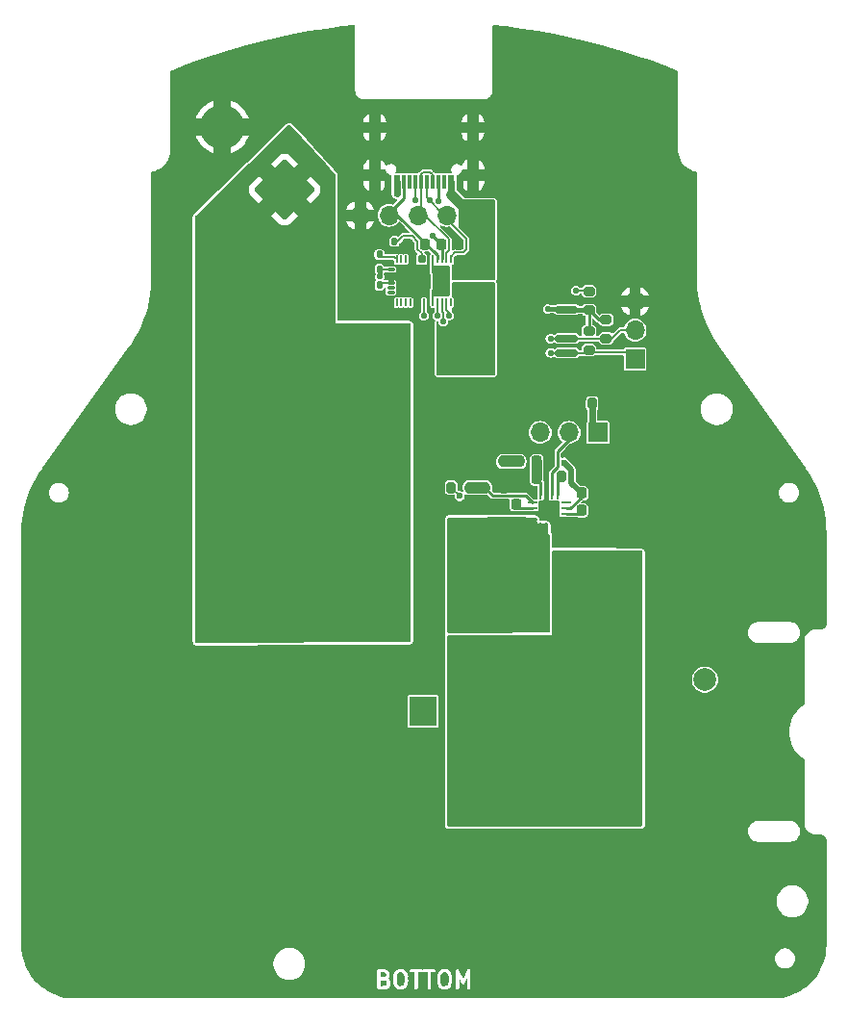
<source format=gtl>
G04 #@! TF.GenerationSoftware,KiCad,Pcbnew,8.0.1*
G04 #@! TF.CreationDate,2024-05-25T23:28:08+08:00*
G04 #@! TF.ProjectId,BatteryPod,42617474-6572-4795-906f-642e6b696361,rev?*
G04 #@! TF.SameCoordinates,Original*
G04 #@! TF.FileFunction,Copper,L1,Top*
G04 #@! TF.FilePolarity,Positive*
%FSLAX46Y46*%
G04 Gerber Fmt 4.6, Leading zero omitted, Abs format (unit mm)*
G04 Created by KiCad (PCBNEW 8.0.1) date 2024-05-25 23:28:08*
%MOMM*%
%LPD*%
G01*
G04 APERTURE LIST*
G04 Aperture macros list*
%AMRoundRect*
0 Rectangle with rounded corners*
0 $1 Rounding radius*
0 $2 $3 $4 $5 $6 $7 $8 $9 X,Y pos of 4 corners*
0 Add a 4 corners polygon primitive as box body*
4,1,4,$2,$3,$4,$5,$6,$7,$8,$9,$2,$3,0*
0 Add four circle primitives for the rounded corners*
1,1,$1+$1,$2,$3*
1,1,$1+$1,$4,$5*
1,1,$1+$1,$6,$7*
1,1,$1+$1,$8,$9*
0 Add four rect primitives between the rounded corners*
20,1,$1+$1,$2,$3,$4,$5,0*
20,1,$1+$1,$4,$5,$6,$7,0*
20,1,$1+$1,$6,$7,$8,$9,0*
20,1,$1+$1,$8,$9,$2,$3,0*%
G04 Aperture macros list end*
%ADD10C,0.300000*%
G04 #@! TA.AperFunction,SMDPad,CuDef*
%ADD11RoundRect,0.008000X-0.292000X-0.092000X0.292000X-0.092000X0.292000X0.092000X-0.292000X0.092000X0*%
G04 #@! TD*
G04 #@! TA.AperFunction,SMDPad,CuDef*
%ADD12RoundRect,0.024000X-0.076000X-0.276000X0.076000X-0.276000X0.076000X0.276000X-0.076000X0.276000X0*%
G04 #@! TD*
G04 #@! TA.AperFunction,SMDPad,CuDef*
%ADD13RoundRect,0.112000X-0.238000X-0.502000X0.238000X-0.502000X0.238000X0.502000X-0.238000X0.502000X0*%
G04 #@! TD*
G04 #@! TA.AperFunction,SMDPad,CuDef*
%ADD14RoundRect,0.058500X-0.266500X-0.291500X0.266500X-0.291500X0.266500X0.291500X-0.266500X0.291500X0*%
G04 #@! TD*
G04 #@! TA.AperFunction,ComponentPad*
%ADD15C,0.400000*%
G04 #@! TD*
G04 #@! TA.AperFunction,SMDPad,CuDef*
%ADD16RoundRect,0.185500X-1.174500X-1.139500X1.174500X-1.139500X1.174500X1.139500X-1.174500X1.139500X0*%
G04 #@! TD*
G04 #@! TA.AperFunction,SMDPad,CuDef*
%ADD17RoundRect,0.107100X-0.657900X-1.217900X0.657900X-1.217900X0.657900X1.217900X-0.657900X1.217900X0*%
G04 #@! TD*
G04 #@! TA.AperFunction,SMDPad,CuDef*
%ADD18RoundRect,0.225000X-0.225000X-0.250000X0.225000X-0.250000X0.225000X0.250000X-0.225000X0.250000X0*%
G04 #@! TD*
G04 #@! TA.AperFunction,SMDPad,CuDef*
%ADD19R,0.812800X0.254000*%
G04 #@! TD*
G04 #@! TA.AperFunction,SMDPad,CuDef*
%ADD20R,0.254000X0.812800*%
G04 #@! TD*
G04 #@! TA.AperFunction,SMDPad,CuDef*
%ADD21R,1.752600X1.752600*%
G04 #@! TD*
G04 #@! TA.AperFunction,SMDPad,CuDef*
%ADD22RoundRect,0.200000X0.200000X0.275000X-0.200000X0.275000X-0.200000X-0.275000X0.200000X-0.275000X0*%
G04 #@! TD*
G04 #@! TA.AperFunction,ComponentPad*
%ADD23R,1.700000X1.700000*%
G04 #@! TD*
G04 #@! TA.AperFunction,ComponentPad*
%ADD24O,1.700000X1.700000*%
G04 #@! TD*
G04 #@! TA.AperFunction,SMDPad,CuDef*
%ADD25RoundRect,0.225000X0.250000X-0.225000X0.250000X0.225000X-0.250000X0.225000X-0.250000X-0.225000X0*%
G04 #@! TD*
G04 #@! TA.AperFunction,SMDPad,CuDef*
%ADD26RoundRect,0.250000X-0.650000X-2.450000X0.650000X-2.450000X0.650000X2.450000X-0.650000X2.450000X0*%
G04 #@! TD*
G04 #@! TA.AperFunction,ComponentPad*
%ADD27RoundRect,0.250002X2.404160X0.000000X0.000000X2.404160X-2.404160X0.000000X0.000000X-2.404160X0*%
G04 #@! TD*
G04 #@! TA.AperFunction,ComponentPad*
%ADD28C,3.900000*%
G04 #@! TD*
G04 #@! TA.AperFunction,SMDPad,CuDef*
%ADD29RoundRect,0.200000X0.275000X-0.200000X0.275000X0.200000X-0.275000X0.200000X-0.275000X-0.200000X0*%
G04 #@! TD*
G04 #@! TA.AperFunction,SMDPad,CuDef*
%ADD30RoundRect,0.200000X-0.200000X-0.275000X0.200000X-0.275000X0.200000X0.275000X-0.200000X0.275000X0*%
G04 #@! TD*
G04 #@! TA.AperFunction,SMDPad,CuDef*
%ADD31RoundRect,0.225000X0.225000X0.250000X-0.225000X0.250000X-0.225000X-0.250000X0.225000X-0.250000X0*%
G04 #@! TD*
G04 #@! TA.AperFunction,SMDPad,CuDef*
%ADD32R,0.600000X1.240000*%
G04 #@! TD*
G04 #@! TA.AperFunction,SMDPad,CuDef*
%ADD33R,0.300000X1.240000*%
G04 #@! TD*
G04 #@! TA.AperFunction,ComponentPad*
%ADD34O,1.000000X2.100000*%
G04 #@! TD*
G04 #@! TA.AperFunction,ComponentPad*
%ADD35O,1.000000X1.800000*%
G04 #@! TD*
G04 #@! TA.AperFunction,SMDPad,CuDef*
%ADD36RoundRect,0.250000X-1.000000X1.400000X-1.000000X-1.400000X1.000000X-1.400000X1.000000X1.400000X0*%
G04 #@! TD*
G04 #@! TA.AperFunction,SMDPad,CuDef*
%ADD37RoundRect,0.140000X0.140000X0.170000X-0.140000X0.170000X-0.140000X-0.170000X0.140000X-0.170000X0*%
G04 #@! TD*
G04 #@! TA.AperFunction,SMDPad,CuDef*
%ADD38RoundRect,0.250000X1.000000X-1.400000X1.000000X1.400000X-1.000000X1.400000X-1.000000X-1.400000X0*%
G04 #@! TD*
G04 #@! TA.AperFunction,SMDPad,CuDef*
%ADD39R,3.200000X2.600000*%
G04 #@! TD*
G04 #@! TA.AperFunction,SMDPad,CuDef*
%ADD40R,3.200000X2.599990*%
G04 #@! TD*
G04 #@! TA.AperFunction,SMDPad,CuDef*
%ADD41R,2.400000X2.600000*%
G04 #@! TD*
G04 #@! TA.AperFunction,SMDPad,CuDef*
%ADD42RoundRect,0.150000X-0.825000X-0.150000X0.825000X-0.150000X0.825000X0.150000X-0.825000X0.150000X0*%
G04 #@! TD*
G04 #@! TA.AperFunction,SMDPad,CuDef*
%ADD43RoundRect,0.200000X-0.275000X0.200000X-0.275000X-0.200000X0.275000X-0.200000X0.275000X0.200000X0*%
G04 #@! TD*
G04 #@! TA.AperFunction,SMDPad,CuDef*
%ADD44RoundRect,0.250000X-1.750000X-1.000000X1.750000X-1.000000X1.750000X1.000000X-1.750000X1.000000X0*%
G04 #@! TD*
G04 #@! TA.AperFunction,ComponentPad*
%ADD45C,2.000000*%
G04 #@! TD*
G04 #@! TA.AperFunction,ViaPad*
%ADD46C,0.600000*%
G04 #@! TD*
G04 #@! TA.AperFunction,ViaPad*
%ADD47C,0.550000*%
G04 #@! TD*
G04 #@! TA.AperFunction,Conductor*
%ADD48C,0.600000*%
G04 #@! TD*
G04 #@! TA.AperFunction,Conductor*
%ADD49C,0.250000*%
G04 #@! TD*
G04 #@! TA.AperFunction,Conductor*
%ADD50C,0.500000*%
G04 #@! TD*
G04 #@! TA.AperFunction,Conductor*
%ADD51C,0.900000*%
G04 #@! TD*
G04 #@! TA.AperFunction,Conductor*
%ADD52C,1.000000*%
G04 #@! TD*
G04 #@! TA.AperFunction,Conductor*
%ADD53C,0.200000*%
G04 #@! TD*
G04 #@! TA.AperFunction,Conductor*
%ADD54C,0.400000*%
G04 #@! TD*
G04 APERTURE END LIST*
D10*
G36*
X106917124Y-151614795D02*
G01*
X106946559Y-151642956D01*
X106993234Y-151732854D01*
X106994936Y-151876625D01*
X106952003Y-151965867D01*
X106915012Y-152004532D01*
X106825554Y-152050979D01*
X106435434Y-152052851D01*
X106434513Y-151564303D01*
X106754316Y-151562562D01*
X106917124Y-151614795D01*
G37*
G36*
X106836467Y-150891681D02*
G01*
X106875131Y-150928671D01*
X106921969Y-151018882D01*
X106923186Y-151091579D01*
X106880575Y-151180152D01*
X106843585Y-151218816D01*
X106754084Y-151265286D01*
X106433953Y-151267029D01*
X106433167Y-150850025D01*
X106746334Y-150848319D01*
X106836467Y-150891681D01*
G37*
G36*
X108407366Y-150891426D02*
G01*
X108506953Y-150988561D01*
X108564333Y-151209697D01*
X108566852Y-151672392D01*
X108510248Y-151907687D01*
X108416583Y-152003717D01*
X108325285Y-152051119D01*
X108110287Y-152053086D01*
X108021201Y-152010229D01*
X107921616Y-151913095D01*
X107864236Y-151691959D01*
X107861717Y-151229263D01*
X107918320Y-150993969D01*
X108011986Y-150897940D01*
X108103286Y-150850536D01*
X108318282Y-150848569D01*
X108407366Y-150891426D01*
G37*
G36*
X112264509Y-150891426D02*
G01*
X112364096Y-150988561D01*
X112421476Y-151209697D01*
X112423995Y-151672392D01*
X112367391Y-151907687D01*
X112273726Y-152003717D01*
X112182428Y-152051119D01*
X111967430Y-152053086D01*
X111878344Y-152010229D01*
X111778759Y-151913095D01*
X111721379Y-151691959D01*
X111718860Y-151229263D01*
X111775463Y-150993969D01*
X111869129Y-150897940D01*
X111960429Y-150850536D01*
X112175425Y-150848569D01*
X112264509Y-150891426D01*
G37*
G36*
X114530952Y-152517495D02*
G01*
X105969046Y-152517495D01*
X105969046Y-150700828D01*
X106135713Y-150700828D01*
X106138595Y-152230092D01*
X106160993Y-152284164D01*
X106202377Y-152325548D01*
X106256449Y-152347946D01*
X106285713Y-152350828D01*
X106834022Y-152348197D01*
X106838380Y-152349650D01*
X106860621Y-152348069D01*
X106886406Y-152347946D01*
X106891384Y-152345883D01*
X106896760Y-152345502D01*
X106924224Y-152334992D01*
X107066765Y-152260983D01*
X107083334Y-152254121D01*
X107089104Y-152249385D01*
X107091967Y-152247899D01*
X107094563Y-152244905D01*
X107106065Y-152235466D01*
X107177966Y-152160310D01*
X107189927Y-152149938D01*
X107193844Y-152143714D01*
X107196149Y-152141306D01*
X107197665Y-152137644D01*
X107205592Y-152125053D01*
X107265498Y-152000527D01*
X107267576Y-151998450D01*
X107274254Y-151982327D01*
X107287530Y-151954732D01*
X107287911Y-151949356D01*
X107289974Y-151944378D01*
X107292856Y-151915114D01*
X107290581Y-151722880D01*
X107291678Y-151719590D01*
X107290315Y-151700411D01*
X107289974Y-151671564D01*
X107287911Y-151666585D01*
X107287530Y-151661210D01*
X107277020Y-151633747D01*
X107203014Y-151491209D01*
X107196149Y-151474636D01*
X107191411Y-151468863D01*
X107189927Y-151466004D01*
X107186935Y-151463409D01*
X107177494Y-151451905D01*
X107119349Y-151396276D01*
X107118498Y-151394575D01*
X107108565Y-151385960D01*
X107101831Y-151379517D01*
X107106536Y-151374598D01*
X107118498Y-151364225D01*
X107122415Y-151358002D01*
X107124720Y-151355593D01*
X107126236Y-151351930D01*
X107134163Y-151339339D01*
X107194069Y-151214814D01*
X107196148Y-151212736D01*
X107201080Y-151200828D01*
X107564285Y-151200828D01*
X107566956Y-151691359D01*
X107564462Y-151708119D01*
X107567146Y-151726268D01*
X107567167Y-151730092D01*
X107568014Y-151732136D01*
X107568764Y-151737208D01*
X107638595Y-152006331D01*
X107638595Y-152015805D01*
X107645175Y-152031691D01*
X107650085Y-152050613D01*
X107656724Y-152059573D01*
X107660992Y-152069877D01*
X107679647Y-152092608D01*
X107824233Y-152233635D01*
X107836604Y-152247899D01*
X107842957Y-152251898D01*
X107845236Y-152254121D01*
X107848897Y-152255637D01*
X107861489Y-152263564D01*
X107986014Y-152323470D01*
X107988092Y-152325548D01*
X108004214Y-152332226D01*
X108031810Y-152345502D01*
X108037185Y-152345883D01*
X108042164Y-152347946D01*
X108071428Y-152350828D01*
X108334687Y-152348419D01*
X108338380Y-152349650D01*
X108358808Y-152348198D01*
X108386406Y-152347946D01*
X108391384Y-152345883D01*
X108396760Y-152345502D01*
X108424224Y-152334992D01*
X108566762Y-152260985D01*
X108583335Y-152254121D01*
X108589106Y-152249384D01*
X108591967Y-152247899D01*
X108594562Y-152244906D01*
X108606065Y-152235466D01*
X108736066Y-152102183D01*
X108743640Y-152097639D01*
X108753570Y-152084237D01*
X108767577Y-152069877D01*
X108771843Y-152059575D01*
X108778484Y-152050614D01*
X108788377Y-152022923D01*
X108855247Y-151744952D01*
X108861403Y-151730092D01*
X108863191Y-151711928D01*
X108864108Y-151708120D01*
X108863782Y-151705931D01*
X108864285Y-151700828D01*
X108861613Y-151210295D01*
X108864108Y-151193536D01*
X108861423Y-151175386D01*
X108861403Y-151171564D01*
X108860556Y-151169519D01*
X108859806Y-151164447D01*
X108789974Y-150895323D01*
X108789974Y-150885851D01*
X108783394Y-150869965D01*
X108778484Y-150851042D01*
X108771844Y-150842081D01*
X108767577Y-150831778D01*
X108748922Y-150809048D01*
X108667973Y-150730092D01*
X108995739Y-150730092D01*
X109018137Y-150784164D01*
X109059521Y-150825548D01*
X109113593Y-150847946D01*
X109142857Y-150850828D01*
X109421708Y-150849921D01*
X109424310Y-152230092D01*
X109446708Y-152284164D01*
X109488092Y-152325548D01*
X109542164Y-152347946D01*
X109600692Y-152347946D01*
X109654764Y-152325548D01*
X109696148Y-152284164D01*
X109718546Y-152230092D01*
X109721428Y-152200828D01*
X109718880Y-150848955D01*
X110029264Y-150847946D01*
X110083336Y-150825548D01*
X110124720Y-150784164D01*
X110142857Y-150740378D01*
X110160994Y-150784164D01*
X110202378Y-150825548D01*
X110256450Y-150847946D01*
X110285714Y-150850828D01*
X110564565Y-150849921D01*
X110567167Y-152230092D01*
X110589565Y-152284164D01*
X110630949Y-152325548D01*
X110685021Y-152347946D01*
X110743549Y-152347946D01*
X110797621Y-152325548D01*
X110839005Y-152284164D01*
X110861403Y-152230092D01*
X110864285Y-152200828D01*
X110862400Y-151200828D01*
X111421428Y-151200828D01*
X111424099Y-151691359D01*
X111421605Y-151708119D01*
X111424289Y-151726268D01*
X111424310Y-151730092D01*
X111425157Y-151732136D01*
X111425907Y-151737208D01*
X111495738Y-152006331D01*
X111495738Y-152015805D01*
X111502318Y-152031691D01*
X111507228Y-152050613D01*
X111513867Y-152059573D01*
X111518135Y-152069877D01*
X111536790Y-152092608D01*
X111681376Y-152233635D01*
X111693747Y-152247899D01*
X111700100Y-152251898D01*
X111702379Y-152254121D01*
X111706040Y-152255637D01*
X111718632Y-152263564D01*
X111843157Y-152323470D01*
X111845235Y-152325548D01*
X111861357Y-152332226D01*
X111888953Y-152345502D01*
X111894328Y-152345883D01*
X111899307Y-152347946D01*
X111928571Y-152350828D01*
X112191830Y-152348419D01*
X112195523Y-152349650D01*
X112215951Y-152348198D01*
X112243549Y-152347946D01*
X112248527Y-152345883D01*
X112253903Y-152345502D01*
X112281367Y-152334992D01*
X112423905Y-152260985D01*
X112440478Y-152254121D01*
X112446249Y-152249384D01*
X112449110Y-152247899D01*
X112451705Y-152244906D01*
X112463208Y-152235466D01*
X112593209Y-152102183D01*
X112600783Y-152097639D01*
X112610713Y-152084237D01*
X112624720Y-152069877D01*
X112628986Y-152059575D01*
X112635627Y-152050614D01*
X112645520Y-152022923D01*
X112712390Y-151744952D01*
X112718546Y-151730092D01*
X112720334Y-151711928D01*
X112721251Y-151708120D01*
X112720925Y-151705931D01*
X112721428Y-151700828D01*
X112718756Y-151210295D01*
X112721251Y-151193536D01*
X112718566Y-151175386D01*
X112718546Y-151171564D01*
X112717699Y-151169519D01*
X112716949Y-151164447D01*
X112647117Y-150895323D01*
X112647117Y-150885851D01*
X112640537Y-150869965D01*
X112635627Y-150851042D01*
X112628987Y-150842081D01*
X112624720Y-150831778D01*
X112606065Y-150809048D01*
X112495114Y-150700828D01*
X113064285Y-150700828D01*
X113067167Y-152230092D01*
X113089565Y-152284164D01*
X113130949Y-152325548D01*
X113185021Y-152347946D01*
X113243549Y-152347946D01*
X113297621Y-152325548D01*
X113339005Y-152284164D01*
X113361403Y-152230092D01*
X113364285Y-152200828D01*
X113362718Y-151369843D01*
X113578555Y-151829494D01*
X113586025Y-151850035D01*
X113590490Y-151854911D01*
X113593345Y-151860990D01*
X113610150Y-151876380D01*
X113625552Y-151893198D01*
X113631595Y-151896018D01*
X113636508Y-151900517D01*
X113657928Y-151908306D01*
X113678590Y-151917948D01*
X113685247Y-151918240D01*
X113691510Y-151920518D01*
X113714289Y-151919517D01*
X113737060Y-151920518D01*
X113743319Y-151918241D01*
X113749981Y-151917949D01*
X113770648Y-151908304D01*
X113792063Y-151900517D01*
X113796976Y-151896017D01*
X113803018Y-151893198D01*
X113818413Y-151876385D01*
X113835226Y-151860990D01*
X113840194Y-151852601D01*
X113842545Y-151850035D01*
X113843864Y-151846405D01*
X113850212Y-151835690D01*
X114065548Y-151371375D01*
X114067167Y-152230092D01*
X114089565Y-152284164D01*
X114130949Y-152325548D01*
X114185021Y-152347946D01*
X114243549Y-152347946D01*
X114297621Y-152325548D01*
X114339005Y-152284164D01*
X114361403Y-152230092D01*
X114364285Y-152200828D01*
X114361461Y-150702720D01*
X114362546Y-150678052D01*
X114361409Y-150674926D01*
X114361403Y-150671564D01*
X114351442Y-150647518D01*
X114342545Y-150623050D01*
X114340285Y-150620582D01*
X114339005Y-150617492D01*
X114320607Y-150599094D01*
X114303018Y-150579887D01*
X114299984Y-150578471D01*
X114297621Y-150576108D01*
X114273590Y-150566154D01*
X114249981Y-150555136D01*
X114246636Y-150554989D01*
X114243549Y-150553710D01*
X114217525Y-150553710D01*
X114191510Y-150552567D01*
X114188367Y-150553710D01*
X114185021Y-150553710D01*
X114160968Y-150563673D01*
X114136508Y-150572568D01*
X114134040Y-150574827D01*
X114130949Y-150576108D01*
X114112540Y-150594516D01*
X114093345Y-150612095D01*
X114090995Y-150616061D01*
X114089565Y-150617492D01*
X114088209Y-150620764D01*
X114078358Y-150637395D01*
X113715001Y-151420874D01*
X113348322Y-150639984D01*
X113339005Y-150617492D01*
X113336658Y-150615145D01*
X113335226Y-150612095D01*
X113316018Y-150594505D01*
X113297621Y-150576108D01*
X113294530Y-150574827D01*
X113292063Y-150572568D01*
X113267597Y-150563671D01*
X113243549Y-150553710D01*
X113240203Y-150553710D01*
X113237060Y-150552567D01*
X113211056Y-150553710D01*
X113185021Y-150553710D01*
X113181930Y-150554990D01*
X113178590Y-150555137D01*
X113154994Y-150566147D01*
X113130949Y-150576108D01*
X113128585Y-150578471D01*
X113125552Y-150579887D01*
X113107962Y-150599094D01*
X113089565Y-150617492D01*
X113088284Y-150620582D01*
X113086025Y-150623050D01*
X113077128Y-150647515D01*
X113067167Y-150671564D01*
X113066715Y-150676152D01*
X113066024Y-150678053D01*
X113066179Y-150681591D01*
X113064285Y-150700828D01*
X112495114Y-150700828D01*
X112461484Y-150668026D01*
X112449110Y-150653758D01*
X112442754Y-150649757D01*
X112440477Y-150647536D01*
X112436817Y-150646020D01*
X112424224Y-150638093D01*
X112299699Y-150578186D01*
X112297621Y-150576108D01*
X112281489Y-150569426D01*
X112253904Y-150556155D01*
X112248529Y-150555773D01*
X112243549Y-150553710D01*
X112214285Y-150550828D01*
X111951024Y-150553236D01*
X111947332Y-150552006D01*
X111926908Y-150553457D01*
X111899307Y-150553710D01*
X111894326Y-150555773D01*
X111888952Y-150556155D01*
X111861488Y-150566664D01*
X111718944Y-150640674D01*
X111702379Y-150647536D01*
X111696608Y-150652271D01*
X111693746Y-150653758D01*
X111691149Y-150656752D01*
X111679648Y-150666191D01*
X111549644Y-150799473D01*
X111542072Y-150804017D01*
X111532145Y-150817414D01*
X111518135Y-150831778D01*
X111513866Y-150842083D01*
X111507228Y-150851043D01*
X111497335Y-150878734D01*
X111430466Y-151156702D01*
X111424310Y-151171564D01*
X111422521Y-151189729D01*
X111421605Y-151193537D01*
X111421930Y-151195724D01*
X111421428Y-151200828D01*
X110862400Y-151200828D01*
X110861737Y-150848955D01*
X111172121Y-150847946D01*
X111226193Y-150825548D01*
X111267577Y-150784164D01*
X111289975Y-150730092D01*
X111289975Y-150671564D01*
X111267577Y-150617492D01*
X111226193Y-150576108D01*
X111172121Y-150553710D01*
X111142857Y-150550828D01*
X110256450Y-150553710D01*
X110202378Y-150576108D01*
X110160994Y-150617492D01*
X110142857Y-150661277D01*
X110124720Y-150617492D01*
X110083336Y-150576108D01*
X110029264Y-150553710D01*
X110000000Y-150550828D01*
X109113593Y-150553710D01*
X109059521Y-150576108D01*
X109018137Y-150617492D01*
X108995739Y-150671564D01*
X108995739Y-150730092D01*
X108667973Y-150730092D01*
X108604341Y-150668026D01*
X108591967Y-150653758D01*
X108585611Y-150649757D01*
X108583334Y-150647536D01*
X108579674Y-150646020D01*
X108567081Y-150638093D01*
X108442556Y-150578186D01*
X108440478Y-150576108D01*
X108424346Y-150569426D01*
X108396761Y-150556155D01*
X108391386Y-150555773D01*
X108386406Y-150553710D01*
X108357142Y-150550828D01*
X108093881Y-150553236D01*
X108090189Y-150552006D01*
X108069765Y-150553457D01*
X108042164Y-150553710D01*
X108037183Y-150555773D01*
X108031809Y-150556155D01*
X108004345Y-150566664D01*
X107861801Y-150640674D01*
X107845236Y-150647536D01*
X107839465Y-150652271D01*
X107836603Y-150653758D01*
X107834006Y-150656752D01*
X107822505Y-150666191D01*
X107692501Y-150799473D01*
X107684929Y-150804017D01*
X107675002Y-150817414D01*
X107660992Y-150831778D01*
X107656723Y-150842083D01*
X107650085Y-150851043D01*
X107640192Y-150878734D01*
X107573323Y-151156702D01*
X107567167Y-151171564D01*
X107565378Y-151189729D01*
X107564462Y-151193537D01*
X107564787Y-151195724D01*
X107564285Y-151200828D01*
X107201080Y-151200828D01*
X107202829Y-151196604D01*
X107216101Y-151169019D01*
X107216482Y-151163644D01*
X107218546Y-151158664D01*
X107221428Y-151129400D01*
X107219393Y-151007873D01*
X107220250Y-151005303D01*
X107219072Y-150988738D01*
X107218546Y-150957278D01*
X107216482Y-150952297D01*
X107216101Y-150946923D01*
X107205592Y-150919459D01*
X107131581Y-150776916D01*
X107124720Y-150760349D01*
X107119983Y-150754577D01*
X107118498Y-150751717D01*
X107115505Y-150749121D01*
X107106065Y-150737619D01*
X107030915Y-150665722D01*
X107020539Y-150653758D01*
X107014313Y-150649839D01*
X107011906Y-150647536D01*
X107008246Y-150646020D01*
X106995653Y-150638093D01*
X106871125Y-150578184D01*
X106869049Y-150576108D01*
X106852931Y-150569431D01*
X106825332Y-150556154D01*
X106819954Y-150555771D01*
X106814977Y-150553710D01*
X106785713Y-150550828D01*
X106256449Y-150553710D01*
X106202377Y-150576108D01*
X106160993Y-150617492D01*
X106138595Y-150671564D01*
X106135713Y-150700828D01*
X105969046Y-150700828D01*
X105969046Y-150384161D01*
X114530952Y-150384161D01*
X114530952Y-152517495D01*
G37*
D11*
X107350000Y-89025000D03*
X107350000Y-89425000D03*
X107350000Y-89825000D03*
X107350000Y-90225000D03*
X107350000Y-90625000D03*
X107350000Y-91025000D03*
D12*
X107850000Y-91925000D03*
X108250000Y-91925000D03*
X108650000Y-91925000D03*
X109050000Y-91925000D03*
X109450000Y-91925000D03*
X109850000Y-91925000D03*
X110250000Y-91925000D03*
X110650000Y-91925000D03*
X111050000Y-91925000D03*
X111450000Y-91925000D03*
X111850000Y-91925000D03*
X112250000Y-91925000D03*
X112650000Y-91925000D03*
D13*
X113150000Y-90714000D03*
X113150000Y-89336000D03*
D12*
X112650000Y-88125000D03*
X112250000Y-88125000D03*
X111850000Y-88125000D03*
X111450000Y-88125000D03*
X111050000Y-88125000D03*
X110650000Y-88125000D03*
D14*
X110050000Y-88125000D03*
X109250000Y-88125000D03*
D12*
X108650000Y-88125000D03*
X108250000Y-88125000D03*
X107850000Y-88125000D03*
D15*
X108225000Y-88975000D03*
X108225000Y-89675000D03*
X108225000Y-90375000D03*
X108225000Y-91075000D03*
X108925000Y-88975000D03*
X108925000Y-89675000D03*
X108925000Y-90375000D03*
X108925000Y-91075000D03*
D16*
X109285000Y-90025000D03*
D15*
X109625000Y-88975000D03*
X109625000Y-89675000D03*
X109625000Y-90375000D03*
X109625000Y-91075000D03*
X110325000Y-88975000D03*
X110325000Y-89675000D03*
X110325000Y-90375000D03*
X110325000Y-91075000D03*
X111350000Y-88975000D03*
X111350000Y-89675000D03*
X111350000Y-90375000D03*
X111350000Y-91075000D03*
D17*
X111810000Y-90025000D03*
D15*
X112250000Y-88975000D03*
X112250000Y-89675000D03*
X112250000Y-90375000D03*
X112250000Y-91075000D03*
D18*
X111766802Y-86781802D03*
X113316802Y-86781802D03*
D19*
X122750000Y-111026989D03*
X122750000Y-110526863D03*
X122750000Y-110026737D03*
X122750000Y-109526611D03*
D20*
X122026989Y-108803600D03*
X121526863Y-108803600D03*
X121026737Y-108803600D03*
X120526611Y-108803600D03*
D19*
X119803600Y-109526611D03*
X119803600Y-110026737D03*
X119803600Y-110526863D03*
X119803600Y-111026989D03*
D20*
X120526611Y-111750000D03*
X121026737Y-111750000D03*
X121526863Y-111750000D03*
X122026989Y-111750000D03*
D15*
X121876800Y-110876800D03*
X121876800Y-109676800D03*
X121276800Y-110276800D03*
D21*
X121276800Y-110276800D03*
D15*
X120676800Y-110876800D03*
X120676800Y-109676800D03*
D22*
X124025000Y-107200000D03*
X122375000Y-107200000D03*
D23*
X114800000Y-84250000D03*
D24*
X112260000Y-84250000D03*
X109720000Y-84250000D03*
X107180000Y-84250000D03*
X104640000Y-84250000D03*
D25*
X129000000Y-114175000D03*
X129000000Y-112625000D03*
D26*
X125700000Y-122100000D03*
X130800000Y-122100000D03*
D27*
X98000000Y-82000000D03*
D28*
X92484567Y-76484567D03*
D29*
X124800000Y-92575000D03*
X124800000Y-90925000D03*
D30*
X115625000Y-105900000D03*
X117275000Y-105900000D03*
D31*
X125675000Y-108700000D03*
X124125000Y-108700000D03*
D30*
X112650000Y-108200000D03*
X114300000Y-108200000D03*
D31*
X110353604Y-86781802D03*
X108803604Y-86781802D03*
D32*
X113450000Y-81325000D03*
X112650000Y-81325000D03*
D33*
X111500000Y-81325000D03*
X110500000Y-81325000D03*
X110000000Y-81325000D03*
X109000000Y-81325000D03*
D32*
X107850000Y-81325000D03*
X107050000Y-81325000D03*
X107050000Y-81325000D03*
X107850000Y-81325000D03*
D33*
X108500000Y-81325000D03*
X109500000Y-81325000D03*
X111000000Y-81325000D03*
X112000000Y-81325000D03*
D32*
X112650000Y-81325000D03*
X113450000Y-81325000D03*
D34*
X114570000Y-80725000D03*
D35*
X114570000Y-76525000D03*
D34*
X105930000Y-80725000D03*
D35*
X105930000Y-76525000D03*
D36*
X126700000Y-115800000D03*
X119900000Y-115800000D03*
D31*
X120200000Y-107400000D03*
X118650000Y-107400000D03*
D23*
X128850000Y-96890000D03*
D24*
X128850000Y-94350000D03*
X128850000Y-91810000D03*
D26*
X105150000Y-109000000D03*
X110250000Y-109000000D03*
D30*
X125075000Y-100800000D03*
X126725000Y-100800000D03*
X115625000Y-108200000D03*
X117275000Y-108200000D03*
D37*
X106350000Y-90400000D03*
X105390000Y-90400000D03*
D38*
X106500000Y-95850000D03*
X113300000Y-95850000D03*
D37*
X107650000Y-86550000D03*
X106690000Y-86550000D03*
D39*
X115000000Y-113900000D03*
D40*
X105400000Y-114000005D03*
D41*
X110200000Y-127900000D03*
D31*
X120200000Y-105900000D03*
X118650000Y-105900000D03*
D37*
X106350000Y-89000000D03*
X105390000Y-89000000D03*
D18*
X128925000Y-115700000D03*
X130475000Y-115700000D03*
D42*
X117875000Y-92545000D03*
X117875000Y-93815000D03*
X117875000Y-95085000D03*
X117875000Y-96355000D03*
X122825000Y-96355000D03*
X122825000Y-95085000D03*
X122825000Y-93815000D03*
X122825000Y-92545000D03*
D31*
X125675000Y-110200000D03*
X124125000Y-110200000D03*
D43*
X124800000Y-94450000D03*
X124800000Y-96100000D03*
X126300000Y-93425000D03*
X126300000Y-95075000D03*
D23*
X125575000Y-103350000D03*
D24*
X123035000Y-103350000D03*
X120495000Y-103350000D03*
D31*
X118400000Y-109675000D03*
X116850000Y-109675000D03*
D44*
X123800000Y-130600000D03*
X131800000Y-130600000D03*
D37*
X106330000Y-87700000D03*
X105370000Y-87700000D03*
D45*
X135000000Y-125100000D03*
X135000000Y-134000000D03*
D46*
X110000000Y-121000000D03*
X99000000Y-123000000D03*
X145000000Y-116000000D03*
X110000000Y-122000000D03*
X89000000Y-74000000D03*
X135000000Y-152000000D03*
X76000000Y-148000000D03*
X110800000Y-101950000D03*
X140000000Y-136000000D03*
X124300000Y-113000000D03*
X110900000Y-131400000D03*
X87000000Y-82000000D03*
X83000000Y-152000000D03*
X131900000Y-137400000D03*
D47*
X109600000Y-98000000D03*
D46*
X89000000Y-152000000D03*
X119200000Y-108300000D03*
X89000000Y-118000000D03*
X110000000Y-105000000D03*
X87000000Y-81000000D03*
X102000000Y-123000000D03*
X110000000Y-123000000D03*
X145000000Y-140000000D03*
D47*
X109600000Y-94000000D03*
D46*
X145000000Y-115000000D03*
X111900000Y-139400000D03*
X115000000Y-105000000D03*
X138000000Y-152000000D03*
X116900000Y-139400000D03*
X110900000Y-132400000D03*
X89000000Y-121000000D03*
X110800000Y-99950000D03*
X113900000Y-139400000D03*
X114900000Y-139400000D03*
X133400000Y-84000000D03*
X121200000Y-105500000D03*
X119900000Y-108800000D03*
D47*
X110800000Y-96000000D03*
D46*
X112900000Y-139400000D03*
X98000000Y-123000000D03*
X110900000Y-137400000D03*
X110900000Y-136400000D03*
X114847738Y-110300000D03*
X133400000Y-82000000D03*
X110900000Y-138400000D03*
X131900000Y-138400000D03*
X145000000Y-117000000D03*
X108000000Y-123000000D03*
X137000000Y-152000000D03*
X110800000Y-98950000D03*
X133400000Y-88000000D03*
X123900000Y-139400000D03*
X130300000Y-113000000D03*
X88000000Y-152000000D03*
D47*
X118000000Y-89000000D03*
D46*
X123300000Y-113000000D03*
X145000000Y-119000000D03*
X145000000Y-120000000D03*
X133400000Y-87000000D03*
X120900000Y-139400000D03*
X132000000Y-73000000D03*
X109000000Y-123000000D03*
X76000000Y-121000000D03*
X110900000Y-133400000D03*
X132000000Y-72000000D03*
X115800000Y-110300000D03*
X115800000Y-101950000D03*
X114000000Y-105000000D03*
X76000000Y-117000000D03*
X119900000Y-139400000D03*
X114800000Y-101950000D03*
X90000000Y-71500000D03*
X76000000Y-144000000D03*
X87000000Y-83000000D03*
X90000000Y-152000000D03*
X87000000Y-87000000D03*
X91000000Y-152000000D03*
D47*
X112866802Y-85981802D03*
D46*
X89000000Y-122000000D03*
X76000000Y-120000000D03*
D47*
X110800000Y-94000000D03*
D46*
X89000000Y-119000000D03*
X139000000Y-135000000D03*
X76000000Y-119000000D03*
X133400000Y-89000000D03*
X101000000Y-123000000D03*
X145000000Y-111000000D03*
X85000000Y-152000000D03*
X76000000Y-141000000D03*
X140000000Y-131000000D03*
X140000000Y-152000000D03*
X139000000Y-132000000D03*
X89000000Y-120000000D03*
X124900000Y-139400000D03*
X139000000Y-152000000D03*
X131000000Y-71500000D03*
X130300000Y-114000000D03*
X97000000Y-123000000D03*
X145000000Y-148000000D03*
X76000000Y-147000000D03*
X125000000Y-106500000D03*
X133400000Y-81000000D03*
X133000000Y-152000000D03*
X76000000Y-111000000D03*
X145000000Y-141000000D03*
X145000000Y-147000000D03*
D47*
X118000000Y-88000000D03*
D46*
X87000000Y-152000000D03*
X110000000Y-118000000D03*
D47*
X110800000Y-95000000D03*
D46*
X126300000Y-113000000D03*
X132000000Y-74000000D03*
X125300000Y-113000000D03*
X129900000Y-139400000D03*
X105000000Y-123000000D03*
X139000000Y-133000000D03*
D47*
X118000000Y-90000000D03*
D46*
X76000000Y-145000000D03*
X94000000Y-123000000D03*
X110800000Y-100950000D03*
X110900000Y-139400000D03*
X122750000Y-111750000D03*
X131900000Y-139400000D03*
X117900000Y-139400000D03*
X118900000Y-139400000D03*
X93000000Y-123000000D03*
X76000000Y-146000000D03*
X113000000Y-105000000D03*
X76000000Y-142000000D03*
X96000000Y-123000000D03*
D47*
X109600000Y-102000000D03*
D46*
X76000000Y-139000000D03*
X127300000Y-113000000D03*
X122900000Y-139400000D03*
X91000000Y-123000000D03*
X145000000Y-114000000D03*
X89000000Y-123000000D03*
D47*
X118000000Y-87000000D03*
D46*
X133400000Y-83000000D03*
X76000000Y-114000000D03*
X110900000Y-134400000D03*
X76000000Y-140000000D03*
X122300000Y-113000000D03*
X90000000Y-123000000D03*
X92000000Y-123000000D03*
X110000000Y-119000000D03*
X111800000Y-101950000D03*
X130900000Y-139400000D03*
X89000000Y-73000000D03*
X145000000Y-112000000D03*
D47*
X110800000Y-97000000D03*
D46*
X136000000Y-152000000D03*
X145000000Y-142000000D03*
X115900000Y-139400000D03*
X111000000Y-105000000D03*
X110000000Y-120000000D03*
X142000000Y-131000000D03*
X87000000Y-88000000D03*
D47*
X110800000Y-98000000D03*
D46*
X87000000Y-84000000D03*
X113800000Y-101950000D03*
X76000000Y-112000000D03*
X76000000Y-115000000D03*
X141000000Y-136000000D03*
X84000000Y-152000000D03*
X132000000Y-75000000D03*
X87000000Y-89000000D03*
X139000000Y-131000000D03*
X133400000Y-85000000D03*
X87000000Y-86000000D03*
X95000000Y-123000000D03*
X100000000Y-123000000D03*
X76000000Y-113000000D03*
X113850000Y-110300000D03*
X106000000Y-123000000D03*
X107000000Y-123000000D03*
X104000000Y-123000000D03*
X145000000Y-149000000D03*
X112800000Y-101950000D03*
X110900000Y-135400000D03*
X89000000Y-72000000D03*
X121200000Y-106400000D03*
X145000000Y-118000000D03*
X133400000Y-86000000D03*
X125000000Y-107400000D03*
X82000000Y-152000000D03*
X76000000Y-118000000D03*
X134000000Y-152000000D03*
X76000000Y-116000000D03*
X89000000Y-75000000D03*
D47*
X118000000Y-91000000D03*
D46*
X76000000Y-143000000D03*
X112000000Y-105000000D03*
X103000000Y-123000000D03*
D47*
X119000000Y-91000000D03*
D46*
X145000000Y-113000000D03*
X139000000Y-134000000D03*
X121900000Y-139400000D03*
X86000000Y-152000000D03*
X87000000Y-85000000D03*
X107400000Y-103350000D03*
X108500000Y-103350000D03*
X106300000Y-103350000D03*
X122600000Y-106000000D03*
X125000000Y-134000000D03*
X125000000Y-126000000D03*
X129000000Y-123000000D03*
X125000000Y-129000000D03*
X127000000Y-130000000D03*
X124000000Y-126000000D03*
X128000000Y-128900000D03*
X124000000Y-134000000D03*
X126000000Y-134000000D03*
X127000000Y-128000000D03*
X129000000Y-128900000D03*
X125000000Y-128000000D03*
X125000000Y-127000000D03*
X121950000Y-114100000D03*
X127000000Y-133000000D03*
X128000000Y-122000000D03*
X124000000Y-128000000D03*
X128000000Y-126000000D03*
X128000000Y-127900000D03*
X126000000Y-128000000D03*
X129000000Y-127900000D03*
X124000000Y-129000000D03*
X129000000Y-122000000D03*
X128000000Y-123000000D03*
X126000000Y-127000000D03*
X124000000Y-127000000D03*
X128000000Y-132900000D03*
X123000000Y-134000000D03*
X127000000Y-123000000D03*
X125000000Y-133000000D03*
X127000000Y-126000000D03*
X128000000Y-130900000D03*
X129000000Y-131900000D03*
X129000000Y-130900000D03*
X127000000Y-121000000D03*
X128000000Y-129900000D03*
X127000000Y-132000000D03*
X128000000Y-133900000D03*
X129000000Y-132900000D03*
X128000000Y-124000000D03*
X126000000Y-129000000D03*
X123000000Y-128000000D03*
X124000000Y-133000000D03*
X123000000Y-133000000D03*
X129000000Y-133900000D03*
X127000000Y-124000000D03*
X129000000Y-127000000D03*
X127000000Y-127000000D03*
X128000000Y-131900000D03*
X129000000Y-129900000D03*
X126000000Y-126000000D03*
X128000000Y-127000000D03*
X126000000Y-133000000D03*
X128000000Y-121000000D03*
X113400000Y-108950000D03*
X127000000Y-134000000D03*
X127000000Y-122000000D03*
X127000000Y-129000000D03*
X127000000Y-131000000D03*
X123000000Y-127000000D03*
X129000000Y-121000000D03*
X129000000Y-126000000D03*
X129000000Y-124000000D03*
D47*
X110774854Y-82954854D03*
X109498000Y-82952000D03*
X111502468Y-82972532D03*
X111005000Y-86020000D03*
X123650000Y-90900000D03*
X112454000Y-93102000D03*
X121400000Y-95100000D03*
X111952000Y-93598000D03*
X111450000Y-93102000D03*
X121400000Y-96350000D03*
D46*
X107850000Y-82360000D03*
X112650000Y-82385000D03*
D47*
X110250000Y-93102000D03*
X106350000Y-89650000D03*
X121150000Y-92500000D03*
D48*
X112866802Y-85981802D02*
X113316802Y-86431802D01*
X113316802Y-86431802D02*
X113316802Y-86781802D01*
D49*
X122600000Y-106000000D02*
X122455234Y-106000000D01*
D50*
X123200000Y-106600000D02*
X123200000Y-107775000D01*
X122600000Y-106000000D02*
X123200000Y-106600000D01*
D49*
X124125000Y-109044186D02*
X124125000Y-108700000D01*
D50*
X123200000Y-107775000D02*
X124125000Y-108700000D01*
D49*
X122750000Y-110026737D02*
X123142449Y-110026737D01*
X123142449Y-110026737D02*
X124125000Y-109044186D01*
X123848137Y-110526863D02*
X124175000Y-110200000D01*
X122750000Y-110526863D02*
X123848137Y-110526863D01*
D51*
X120200000Y-105900000D02*
X120200000Y-107400000D01*
D49*
X120526611Y-108803600D02*
X120526611Y-107726611D01*
X120526611Y-107726611D02*
X120200000Y-107400000D01*
D52*
X117275000Y-105900000D02*
X118650000Y-105900000D01*
D49*
X118400000Y-110026737D02*
X119803600Y-110026737D01*
X118400000Y-109675000D02*
X118400000Y-110026737D01*
X115625000Y-108200000D02*
X116352000Y-108927000D01*
X119203989Y-108927000D02*
X119803600Y-109526611D01*
D52*
X115625000Y-108200000D02*
X114300000Y-108200000D01*
D49*
X116352000Y-108927000D02*
X119203989Y-108927000D01*
X122026989Y-108803600D02*
X122026989Y-107548011D01*
X122026989Y-107548011D02*
X122375000Y-107200000D01*
D53*
X113400000Y-108950000D02*
X112650000Y-108200000D01*
X111050000Y-91925000D02*
X111050000Y-90785000D01*
X111050000Y-88125000D02*
X111050000Y-89265000D01*
X111050000Y-89265000D02*
X111491802Y-89706802D01*
X111050000Y-90785000D02*
X111491802Y-90343198D01*
X112260000Y-84604540D02*
X113993802Y-86338342D01*
X113000000Y-87525000D02*
X112650000Y-87875000D01*
X113993802Y-87229802D02*
X113698604Y-87525000D01*
X113698604Y-87525000D02*
X113000000Y-87525000D01*
X110500000Y-82680000D02*
X112070000Y-84250000D01*
X109500000Y-82950000D02*
X109498000Y-82952000D01*
X109500000Y-81325000D02*
X109500000Y-82950000D01*
X110500000Y-81325000D02*
X110500000Y-82680000D01*
X113993802Y-86338342D02*
X113993802Y-87229802D01*
X112260000Y-84250000D02*
X112260000Y-84604540D01*
X112650000Y-87875000D02*
X112650000Y-88125000D01*
X110800000Y-80450000D02*
X111000000Y-80650000D01*
X112450000Y-86344540D02*
X112450000Y-87348604D01*
X111000000Y-80650000D02*
X111000000Y-81325000D01*
X110000000Y-81325000D02*
X110000000Y-83780000D01*
X110000000Y-80650000D02*
X110200000Y-80450000D01*
X112450000Y-87348604D02*
X112250000Y-87548604D01*
X112250000Y-87548604D02*
X112250000Y-88125000D01*
X110355460Y-84250000D02*
X112450000Y-86344540D01*
X110000000Y-81325000D02*
X110000000Y-80650000D01*
X109720000Y-84250000D02*
X110355460Y-84250000D01*
X110200000Y-80450000D02*
X110800000Y-80450000D01*
D49*
X111500000Y-82970064D02*
X111500000Y-81325000D01*
X111502468Y-82972532D02*
X111500000Y-82970064D01*
X111850000Y-86759186D02*
X111850000Y-88125000D01*
X111005000Y-86020000D02*
X111766802Y-86781802D01*
X111450000Y-88125000D02*
X111450000Y-87775000D01*
X107925000Y-84250000D02*
X106990000Y-84250000D01*
X108500000Y-82740000D02*
X108500000Y-81325000D01*
X111450000Y-87775000D02*
X107925000Y-84250000D01*
X106990000Y-84250000D02*
X108500000Y-82740000D01*
D53*
X106350000Y-90225000D02*
X107350000Y-90225000D01*
X107850000Y-88125000D02*
X107625000Y-87900000D01*
X107625000Y-87900000D02*
X106530000Y-87900000D01*
X106530000Y-87900000D02*
X106330000Y-87700000D01*
X112250000Y-92600000D02*
X112454000Y-92804000D01*
X112250000Y-91925000D02*
X112250000Y-92600000D01*
X124775000Y-90900000D02*
X124800000Y-90925000D01*
X112454000Y-92804000D02*
X112454000Y-93102000D01*
X123650000Y-90900000D02*
X124775000Y-90900000D01*
X111952000Y-93598000D02*
X111952000Y-92852000D01*
X111952000Y-92852000D02*
X111850000Y-92750000D01*
X127550000Y-94350000D02*
X128850000Y-94350000D01*
X121400000Y-95100000D02*
X126800000Y-95100000D01*
X111850000Y-92750000D02*
X111850000Y-91925000D01*
X126800000Y-95100000D02*
X127550000Y-94350000D01*
X111450000Y-91925000D02*
X111450000Y-93102000D01*
X125175000Y-96300000D02*
X128260000Y-96300000D01*
X124570000Y-96355000D02*
X124900000Y-96025000D01*
X121970000Y-96350000D02*
X121975000Y-96355000D01*
X121400000Y-96350000D02*
X121970000Y-96350000D01*
X124900000Y-96025000D02*
X125175000Y-96300000D01*
X128260000Y-96300000D02*
X128850000Y-96890000D01*
X121975000Y-96355000D02*
X124570000Y-96355000D01*
D48*
X107850000Y-81325000D02*
X107850000Y-82360000D01*
D51*
X114515000Y-84250000D02*
X112650000Y-82385000D01*
X114610000Y-84250000D02*
X114515000Y-84250000D01*
D48*
X112650000Y-82385000D02*
X112650000Y-81325000D01*
D49*
X121526863Y-106923137D02*
X121526863Y-108803600D01*
X123035000Y-104015000D02*
X122048000Y-105002000D01*
X123035000Y-103350000D02*
X123035000Y-104015000D01*
X122048000Y-105002000D02*
X122048000Y-106402000D01*
X122048000Y-106402000D02*
X121526863Y-106923137D01*
D48*
X125075000Y-100800000D02*
X125075000Y-102850000D01*
D53*
X110250000Y-91925000D02*
X110250000Y-93102000D01*
D54*
X121150000Y-92500000D02*
X122780000Y-92500000D01*
D49*
X125650000Y-93425000D02*
X124800000Y-92575000D01*
D54*
X124770000Y-92545000D02*
X124800000Y-92575000D01*
D49*
X126300000Y-93425000D02*
X125650000Y-93425000D01*
D54*
X106350000Y-89000000D02*
X106350000Y-89650000D01*
D49*
X124800000Y-94450000D02*
X124800000Y-92575000D01*
D54*
X122825000Y-92545000D02*
X124770000Y-92545000D01*
D53*
X107350000Y-89025000D02*
X106220000Y-89025000D01*
D54*
X122780000Y-92500000D02*
X122825000Y-92545000D01*
D53*
X108370198Y-86079802D02*
X109222064Y-86079802D01*
X109676604Y-87225262D02*
X110050000Y-87598658D01*
X110050000Y-87598658D02*
X110050000Y-88125000D01*
X107900000Y-86550000D02*
X108370198Y-86079802D01*
X107630000Y-86550000D02*
X107900000Y-86550000D01*
X109222064Y-86079802D02*
X109676604Y-86534342D01*
X107680000Y-86600000D02*
X107630000Y-86550000D01*
X109676604Y-86534342D02*
X109676604Y-87225262D01*
G04 #@! TA.AperFunction,Conductor*
G36*
X113405690Y-90106422D02*
G01*
X113419861Y-90109240D01*
X113460087Y-90117242D01*
X113460087Y-90117241D01*
X113460527Y-90117329D01*
X113467569Y-90119093D01*
X113483106Y-90123806D01*
X113518722Y-90129088D01*
X113528240Y-90130500D01*
X116426000Y-90130500D01*
X116478326Y-90152174D01*
X116500000Y-90204500D01*
X116500000Y-98251000D01*
X116478326Y-98303326D01*
X116426000Y-98325000D01*
X111449000Y-98325000D01*
X111396674Y-98303326D01*
X111375000Y-98251000D01*
X111375000Y-93615214D01*
X111396674Y-93562888D01*
X111449000Y-93541214D01*
X111501326Y-93562888D01*
X111522089Y-93603638D01*
X111542280Y-93731126D01*
X111603471Y-93851219D01*
X111603472Y-93851220D01*
X111698780Y-93946528D01*
X111818873Y-94007718D01*
X111818873Y-94007719D01*
X111837075Y-94010601D01*
X111952000Y-94028804D01*
X112085126Y-94007719D01*
X112205220Y-93946528D01*
X112300528Y-93851220D01*
X112361719Y-93731126D01*
X112382804Y-93598000D01*
X112382803Y-93597999D01*
X112383243Y-93595228D01*
X112412836Y-93546937D01*
X112448506Y-93535346D01*
X112448248Y-93533715D01*
X112587126Y-93511719D01*
X112707220Y-93450528D01*
X112802528Y-93355220D01*
X112863719Y-93235126D01*
X112884804Y-93102000D01*
X112863719Y-92968874D01*
X112863719Y-92968873D01*
X112802528Y-92848780D01*
X112771674Y-92817926D01*
X112750000Y-92765600D01*
X112750000Y-92433082D01*
X112771674Y-92380756D01*
X112788214Y-92369705D01*
X112788027Y-92369425D01*
X112799500Y-92361759D01*
X112851808Y-92326808D01*
X112890376Y-92269087D01*
X112900500Y-92218189D01*
X112900499Y-91631812D01*
X112900499Y-91631807D01*
X112890377Y-91580915D01*
X112851808Y-91523192D01*
X112851807Y-91523191D01*
X112788027Y-91480575D01*
X112789206Y-91478810D01*
X112755631Y-91445232D01*
X112750000Y-91416917D01*
X112750000Y-90190375D01*
X112771674Y-90138049D01*
X112824000Y-90116375D01*
X112844270Y-90116375D01*
X112844271Y-90116375D01*
X112894309Y-90106422D01*
X112908745Y-90105000D01*
X113391254Y-90105000D01*
X113405690Y-90106422D01*
G37*
G04 #@! TD.AperFunction*
G04 #@! TA.AperFunction,Conductor*
G36*
X129376780Y-113749225D02*
G01*
X129443694Y-113769331D01*
X129489116Y-113822422D01*
X129500000Y-113873223D01*
X129500000Y-137876000D01*
X129480315Y-137943039D01*
X129427511Y-137988794D01*
X129376000Y-138000000D01*
X112424000Y-138000000D01*
X112356961Y-137980315D01*
X112311206Y-137927511D01*
X112300000Y-137876000D01*
X112300000Y-121323331D01*
X112319685Y-121256292D01*
X112372489Y-121210537D01*
X112423328Y-121199333D01*
X121550000Y-121150000D01*
X121550000Y-113824782D01*
X121569685Y-113757743D01*
X121622489Y-113711988D01*
X121674776Y-113700784D01*
X129376780Y-113749225D01*
G37*
G04 #@! TD.AperFunction*
G04 #@! TA.AperFunction,Conductor*
G36*
X119301357Y-110831002D02*
G01*
X119303699Y-110832527D01*
X119318969Y-110842730D01*
X119318971Y-110842730D01*
X119318972Y-110842731D01*
X119377447Y-110854362D01*
X119377450Y-110854363D01*
X119377452Y-110854363D01*
X120076000Y-110854363D01*
X120143039Y-110874048D01*
X120188794Y-110926852D01*
X120200000Y-110978363D01*
X120200000Y-111172852D01*
X120211631Y-111231329D01*
X120211632Y-111231330D01*
X120255947Y-111297652D01*
X120322269Y-111341967D01*
X120322270Y-111341968D01*
X120380747Y-111353599D01*
X120380750Y-111353600D01*
X120380752Y-111353600D01*
X121075363Y-111353600D01*
X121142402Y-111373285D01*
X121188157Y-111426089D01*
X121199363Y-111477600D01*
X121199363Y-112176152D01*
X121210994Y-112234629D01*
X121210995Y-112234630D01*
X121255310Y-112300952D01*
X121294891Y-112327399D01*
X121339696Y-112381011D01*
X121350000Y-112430501D01*
X121350000Y-113777660D01*
X121348738Y-113795307D01*
X121344500Y-113824782D01*
X121344500Y-120822275D01*
X121324815Y-120889314D01*
X121272011Y-120935069D01*
X121221170Y-120946273D01*
X114921952Y-120980323D01*
X112424669Y-120993822D01*
X112357525Y-120974501D01*
X112311486Y-120921945D01*
X112300000Y-120869825D01*
X112300000Y-110973316D01*
X112319685Y-110906277D01*
X112372489Y-110860522D01*
X112423311Y-110849318D01*
X119234214Y-110811689D01*
X119301357Y-110831002D01*
G37*
G04 #@! TD.AperFunction*
G04 #@! TA.AperFunction,Conductor*
G36*
X116478326Y-82896674D02*
G01*
X116500000Y-82949000D01*
X116500000Y-89901000D01*
X116478326Y-89953326D01*
X116426000Y-89975000D01*
X113528241Y-89975000D01*
X113497873Y-89965789D01*
X113497157Y-89967519D01*
X113490423Y-89964730D01*
X113486064Y-89963863D01*
X113413856Y-89949500D01*
X112886144Y-89949500D01*
X112844611Y-89957761D01*
X112813935Y-89963863D01*
X112758387Y-89952814D01*
X112726921Y-89905721D01*
X112725499Y-89891285D01*
X112725499Y-88781729D01*
X112725499Y-88781727D01*
X112710554Y-88706589D01*
X112710552Y-88706586D01*
X112707764Y-88699853D01*
X112709356Y-88699193D01*
X112700000Y-88668346D01*
X112700000Y-88644820D01*
X112721674Y-88592494D01*
X112759563Y-88572242D01*
X112794087Y-88565376D01*
X112851808Y-88526808D01*
X112890376Y-88469087D01*
X112900500Y-88418189D01*
X112900500Y-88125500D01*
X112900500Y-88009412D01*
X112922174Y-87957086D01*
X113082086Y-87797174D01*
X113134412Y-87775500D01*
X113748431Y-87775500D01*
X113748432Y-87775500D01*
X113840501Y-87737364D01*
X114206166Y-87371699D01*
X114244302Y-87279630D01*
X114244302Y-87179974D01*
X114244302Y-86288514D01*
X114206166Y-86196445D01*
X114135699Y-86125978D01*
X113321674Y-85311953D01*
X113300000Y-85259627D01*
X113300000Y-82949000D01*
X113321674Y-82896674D01*
X113374000Y-82875000D01*
X116426000Y-82875000D01*
X116478326Y-82896674D01*
G37*
G04 #@! TD.AperFunction*
G04 #@! TA.AperFunction,Conductor*
G36*
X98439910Y-76312338D02*
G01*
X98486460Y-76344073D01*
X101605037Y-79737257D01*
X102411233Y-80614442D01*
X102442104Y-80677121D01*
X102443935Y-80698293D01*
X102445987Y-85113730D01*
X102450000Y-93750000D01*
X108976000Y-93750000D01*
X109043039Y-93769685D01*
X109088794Y-93822489D01*
X109100000Y-93874000D01*
X109100000Y-121676651D01*
X109080315Y-121743690D01*
X109027511Y-121789445D01*
X108976653Y-121800649D01*
X90224653Y-121899343D01*
X90157510Y-121880012D01*
X90111478Y-121827449D01*
X90100000Y-121775345D01*
X90100000Y-84402251D01*
X90119685Y-84335212D01*
X90137394Y-84313507D01*
X90189415Y-84262740D01*
X96797918Y-84262740D01*
X97505001Y-84969823D01*
X97505022Y-84969842D01*
X97585053Y-85035038D01*
X97585059Y-85035042D01*
X97741740Y-85113730D01*
X97912329Y-85154161D01*
X97912340Y-85154163D01*
X98087660Y-85154163D01*
X98087670Y-85154161D01*
X98258259Y-85113730D01*
X98414940Y-85035042D01*
X98494977Y-84969843D01*
X98494992Y-84969830D01*
X99202081Y-84262741D01*
X99202081Y-84262740D01*
X98000000Y-83060660D01*
X96797918Y-84262740D01*
X90189415Y-84262740D01*
X92418201Y-82087659D01*
X94845837Y-82087659D01*
X94845838Y-82087670D01*
X94886269Y-82258259D01*
X94964957Y-82414940D01*
X95030156Y-82494977D01*
X95030170Y-82494993D01*
X95737258Y-83202081D01*
X96835922Y-82103416D01*
X96950000Y-82103416D01*
X96990350Y-82306274D01*
X97069502Y-82497362D01*
X97184411Y-82669336D01*
X97330664Y-82815589D01*
X97502638Y-82930498D01*
X97693726Y-83009650D01*
X97896584Y-83050000D01*
X98103416Y-83050000D01*
X98306274Y-83009650D01*
X98497362Y-82930498D01*
X98669336Y-82815589D01*
X98815589Y-82669336D01*
X98930498Y-82497362D01*
X99009650Y-82306274D01*
X99050000Y-82103416D01*
X99050000Y-82000000D01*
X99060660Y-82000000D01*
X100262741Y-83202081D01*
X100969823Y-82494998D01*
X100969842Y-82494977D01*
X101035038Y-82414946D01*
X101035042Y-82414940D01*
X101113730Y-82258259D01*
X101154161Y-82087670D01*
X101154163Y-82087659D01*
X101154163Y-81912340D01*
X101154161Y-81912329D01*
X101113730Y-81741740D01*
X101035042Y-81585059D01*
X100969843Y-81505022D01*
X100969829Y-81505006D01*
X100262741Y-80797918D01*
X100262740Y-80797918D01*
X99060660Y-81999999D01*
X99060660Y-82000000D01*
X99050000Y-82000000D01*
X99050000Y-81896584D01*
X99009650Y-81693726D01*
X98930498Y-81502638D01*
X98815589Y-81330664D01*
X98669336Y-81184411D01*
X98497362Y-81069502D01*
X98306274Y-80990350D01*
X98103416Y-80950000D01*
X97896584Y-80950000D01*
X97693726Y-80990350D01*
X97502638Y-81069502D01*
X97330664Y-81184411D01*
X97184411Y-81330664D01*
X97069502Y-81502638D01*
X96990350Y-81693726D01*
X96950000Y-81896584D01*
X96950000Y-82103416D01*
X96835922Y-82103416D01*
X96939339Y-81999999D01*
X95737258Y-80797918D01*
X95737257Y-80797918D01*
X95030176Y-81505001D01*
X95030157Y-81505022D01*
X94964961Y-81585053D01*
X94964957Y-81585059D01*
X94886269Y-81741740D01*
X94845838Y-81912329D01*
X94845837Y-81912340D01*
X94845837Y-82087659D01*
X92418201Y-82087659D01*
X94826636Y-79737258D01*
X96797918Y-79737258D01*
X98000000Y-80939340D01*
X98000001Y-80939340D01*
X99202081Y-79737258D01*
X99202081Y-79737257D01*
X98494998Y-79030176D01*
X98494977Y-79030157D01*
X98414946Y-78964961D01*
X98414940Y-78964957D01*
X98258259Y-78886269D01*
X98087670Y-78845838D01*
X98087660Y-78845837D01*
X97912340Y-78845837D01*
X97912329Y-78845838D01*
X97741740Y-78886269D01*
X97585059Y-78964957D01*
X97505022Y-79030156D01*
X97505006Y-79030170D01*
X96797918Y-79737257D01*
X96797918Y-79737258D01*
X94826636Y-79737258D01*
X98308558Y-76339238D01*
X98370284Y-76306504D01*
X98439910Y-76312338D01*
G37*
G04 #@! TD.AperFunction*
G04 #@! TA.AperFunction,Conductor*
G36*
X111806651Y-85142135D02*
G01*
X111875273Y-85178814D01*
X112063868Y-85236024D01*
X112260000Y-85255341D01*
X112456132Y-85236024D01*
X112475903Y-85230026D01*
X112532267Y-85235576D01*
X112549712Y-85248513D01*
X113721628Y-86420429D01*
X113743302Y-86472755D01*
X113743302Y-87095389D01*
X113721628Y-87147715D01*
X113616517Y-87252826D01*
X113564191Y-87274500D01*
X113058448Y-87274500D01*
X113058440Y-87274499D01*
X113049828Y-87274499D01*
X112950172Y-87274499D01*
X112891564Y-87298776D01*
X112858103Y-87312635D01*
X112858102Y-87312637D01*
X112826826Y-87343913D01*
X112774500Y-87365587D01*
X112722174Y-87343913D01*
X112700500Y-87291587D01*
X112700500Y-86294712D01*
X112700499Y-86294710D01*
X112662365Y-86202645D01*
X112662363Y-86202642D01*
X112587682Y-86127961D01*
X112587675Y-86127955D01*
X111719445Y-85259724D01*
X111697771Y-85207398D01*
X111719445Y-85155072D01*
X111771771Y-85133398D01*
X111806651Y-85142135D01*
G37*
G04 #@! TD.AperFunction*
G04 #@! TA.AperFunction,Conductor*
G36*
X116382874Y-67509073D02*
G01*
X117415090Y-67620931D01*
X117416828Y-67621141D01*
X118855101Y-67812582D01*
X118856877Y-67812841D01*
X120290056Y-68039289D01*
X120291700Y-68039569D01*
X121719034Y-68300910D01*
X121720707Y-68301238D01*
X123141106Y-68597269D01*
X123142848Y-68597653D01*
X124555728Y-68928254D01*
X124557324Y-68928648D01*
X125961694Y-69293588D01*
X125963367Y-69294044D01*
X127358376Y-69693100D01*
X127360023Y-69693593D01*
X128744910Y-70126546D01*
X128746578Y-70127089D01*
X129178808Y-70273876D01*
X130120460Y-70593664D01*
X130122162Y-70594265D01*
X131444475Y-71079593D01*
X131484249Y-71094191D01*
X131485932Y-71094833D01*
X132602684Y-71535894D01*
X132643389Y-71575274D01*
X132649500Y-71604720D01*
X132649500Y-78627841D01*
X132682873Y-78881338D01*
X132749049Y-79128309D01*
X132749051Y-79128316D01*
X132846892Y-79364526D01*
X132846895Y-79364534D01*
X132974736Y-79585961D01*
X132974740Y-79585967D01*
X133130390Y-79788813D01*
X133311186Y-79969609D01*
X133514032Y-80125259D01*
X133514038Y-80125263D01*
X133703959Y-80234914D01*
X133735465Y-80253104D01*
X133971687Y-80350950D01*
X134218660Y-80417126D01*
X134226161Y-80418113D01*
X134235158Y-80419298D01*
X134284208Y-80447616D01*
X134299500Y-80492665D01*
X134299500Y-89796057D01*
X134299519Y-89796357D01*
X134299540Y-90041786D01*
X134332155Y-90620739D01*
X134397282Y-91196913D01*
X134493908Y-91763776D01*
X134494716Y-91768516D01*
X134623475Y-92330799D01*
X134624150Y-92333745D01*
X134657610Y-92449499D01*
X134783331Y-92884427D01*
X134785172Y-92890794D01*
X134971402Y-93421186D01*
X134977266Y-93437887D01*
X135162312Y-93883053D01*
X135199836Y-93973323D01*
X135452169Y-94495391D01*
X135733468Y-95002436D01*
X135733473Y-95002445D01*
X135907817Y-95278812D01*
X136042844Y-95492856D01*
X136042848Y-95492862D01*
X136184886Y-95692253D01*
X136184888Y-95692263D01*
X136211059Y-95728993D01*
X136211058Y-95728993D01*
X136238676Y-95767755D01*
X136238677Y-95767756D01*
X143861668Y-106466692D01*
X143871854Y-106480987D01*
X143871855Y-106480989D01*
X143898850Y-106518878D01*
X143899999Y-106520538D01*
X144133336Y-106868337D01*
X144202401Y-106971281D01*
X144204622Y-106974803D01*
X144480604Y-107440850D01*
X144482624Y-107444492D01*
X144731952Y-107925323D01*
X144733764Y-107929072D01*
X144955649Y-108423162D01*
X144957248Y-108427007D01*
X145151003Y-108932826D01*
X145152382Y-108936755D01*
X145317364Y-109452630D01*
X145318521Y-109456630D01*
X145454236Y-109981012D01*
X145455165Y-109985071D01*
X145561161Y-110516222D01*
X145561861Y-110520327D01*
X145637817Y-111056630D01*
X145638284Y-111060768D01*
X145683951Y-111600449D01*
X145684186Y-111604606D01*
X145687061Y-111706787D01*
X145699471Y-112147725D01*
X145699500Y-112149755D01*
X145699500Y-120245148D01*
X145698867Y-120254808D01*
X145687158Y-120343741D01*
X145682158Y-120362399D01*
X145649705Y-120440749D01*
X145640046Y-120457480D01*
X145588419Y-120524760D01*
X145574760Y-120538419D01*
X145550057Y-120557375D01*
X145507477Y-120590047D01*
X145490749Y-120599705D01*
X145412399Y-120632158D01*
X145393741Y-120637158D01*
X145327068Y-120645936D01*
X145304806Y-120648867D01*
X145295149Y-120649500D01*
X144712464Y-120649500D01*
X144540062Y-120679898D01*
X144375558Y-120739773D01*
X144223945Y-120827308D01*
X144089837Y-120939837D01*
X143977308Y-121073945D01*
X143889773Y-121225558D01*
X143829898Y-121390062D01*
X143799500Y-121562464D01*
X143799500Y-127229253D01*
X143777826Y-127281579D01*
X143766554Y-127290820D01*
X143545253Y-127438387D01*
X143295748Y-127650134D01*
X143072330Y-127889252D01*
X142877994Y-128152536D01*
X142715330Y-128436471D01*
X142715326Y-128436480D01*
X142586497Y-128737292D01*
X142586492Y-128737307D01*
X142493223Y-129050974D01*
X142436759Y-129373305D01*
X142436758Y-129373312D01*
X142417854Y-129699993D01*
X142417854Y-129700006D01*
X142436758Y-130026687D01*
X142436759Y-130026694D01*
X142493223Y-130349025D01*
X142586492Y-130662692D01*
X142586497Y-130662707D01*
X142715326Y-130963519D01*
X142715330Y-130963528D01*
X142877994Y-131247463D01*
X143072330Y-131510747D01*
X143072333Y-131510751D01*
X143072336Y-131510754D01*
X143295749Y-131749867D01*
X143545253Y-131961612D01*
X143766555Y-132109179D01*
X143798064Y-132156241D01*
X143799500Y-132170746D01*
X143799500Y-137837535D01*
X143829898Y-138009937D01*
X143889773Y-138174441D01*
X143889774Y-138174443D01*
X143889775Y-138174445D01*
X143977308Y-138326055D01*
X144089837Y-138460163D01*
X144223945Y-138572692D01*
X144375555Y-138660225D01*
X144540062Y-138720101D01*
X144712468Y-138750500D01*
X144760438Y-138750500D01*
X145252405Y-138750500D01*
X145295149Y-138750500D01*
X145304807Y-138751132D01*
X145393743Y-138762841D01*
X145412396Y-138767840D01*
X145490753Y-138800296D01*
X145507472Y-138809948D01*
X145574760Y-138861580D01*
X145588418Y-138875238D01*
X145640049Y-138942525D01*
X145649705Y-138959250D01*
X145682158Y-139037600D01*
X145687158Y-139056258D01*
X145698867Y-139145191D01*
X145699500Y-139154851D01*
X145699500Y-148448375D01*
X145699430Y-148451603D01*
X145681757Y-148856364D01*
X145681194Y-148862795D01*
X145628525Y-149262855D01*
X145627404Y-149269213D01*
X145540066Y-149663169D01*
X145538395Y-149669404D01*
X145417057Y-150054240D01*
X145414849Y-150060307D01*
X145260428Y-150433111D01*
X145257700Y-150438961D01*
X145071377Y-150796884D01*
X145068149Y-150802475D01*
X144851339Y-151142799D01*
X144847636Y-151148087D01*
X144601994Y-151468215D01*
X144597844Y-151473161D01*
X144325230Y-151770666D01*
X144320666Y-151775230D01*
X144023161Y-152047844D01*
X144018215Y-152051994D01*
X143698087Y-152297636D01*
X143692799Y-152301339D01*
X143352475Y-152518149D01*
X143346884Y-152521377D01*
X142988961Y-152707700D01*
X142983111Y-152710428D01*
X142610307Y-152864849D01*
X142604240Y-152867057D01*
X142219404Y-152988395D01*
X142213169Y-152990066D01*
X141819213Y-153077404D01*
X141812855Y-153078525D01*
X141412795Y-153131194D01*
X141406364Y-153131757D01*
X141001603Y-153149430D01*
X140998375Y-153149500D01*
X79501625Y-153149500D01*
X79498397Y-153149430D01*
X79093635Y-153131757D01*
X79087204Y-153131194D01*
X78687144Y-153078525D01*
X78680786Y-153077404D01*
X78286830Y-152990066D01*
X78280595Y-152988395D01*
X77895759Y-152867057D01*
X77889692Y-152864849D01*
X77516888Y-152710428D01*
X77511038Y-152707700D01*
X77153115Y-152521377D01*
X77147524Y-152518149D01*
X76807200Y-152301339D01*
X76801912Y-152297636D01*
X76676265Y-152201224D01*
X76481775Y-152051987D01*
X76476847Y-152047851D01*
X76179330Y-151775227D01*
X76174769Y-151770666D01*
X75902146Y-151473150D01*
X75898014Y-151468226D01*
X75652360Y-151148084D01*
X75648660Y-151142799D01*
X75565564Y-151012365D01*
X75431849Y-150802474D01*
X75428622Y-150796884D01*
X75242299Y-150438961D01*
X75239571Y-150433111D01*
X75175717Y-150278954D01*
X75147248Y-150210223D01*
X96999500Y-150210223D01*
X97033984Y-150427948D01*
X97033987Y-150427961D01*
X97102103Y-150637602D01*
X97102104Y-150637605D01*
X97102105Y-150637606D01*
X97202185Y-150834022D01*
X97331758Y-151012365D01*
X97487635Y-151168242D01*
X97665978Y-151297815D01*
X97862394Y-151397895D01*
X97862397Y-151397896D01*
X97862396Y-151397896D01*
X98072038Y-151466012D01*
X98072044Y-151466013D01*
X98072049Y-151466015D01*
X98180913Y-151483257D01*
X98289776Y-151500500D01*
X98289778Y-151500500D01*
X98510224Y-151500500D01*
X98597313Y-151486706D01*
X98727951Y-151466015D01*
X98727958Y-151466012D01*
X98727961Y-151466012D01*
X98823133Y-151435088D01*
X98937606Y-151397895D01*
X99134022Y-151297815D01*
X99312365Y-151168242D01*
X99468242Y-151012365D01*
X99597815Y-150834022D01*
X99697895Y-150637606D01*
X99763369Y-150436095D01*
X99766012Y-150427961D01*
X99766012Y-150427958D01*
X99766015Y-150427951D01*
X99771642Y-150392423D01*
X105979046Y-150392423D01*
X105979046Y-152509233D01*
X114522118Y-152509233D01*
X114522118Y-150392423D01*
X105979046Y-150392423D01*
X99771642Y-150392423D01*
X99800500Y-150210222D01*
X99800500Y-149989778D01*
X99799342Y-149982468D01*
X99766015Y-149772051D01*
X99766012Y-149772038D01*
X99717912Y-149624000D01*
X141168672Y-149624000D01*
X141184231Y-149772038D01*
X141187932Y-149807243D01*
X141244865Y-149982464D01*
X141244866Y-149982466D01*
X141244867Y-149982468D01*
X141336991Y-150142032D01*
X141398389Y-150210222D01*
X141460278Y-150278956D01*
X141609332Y-150387250D01*
X141609337Y-150387253D01*
X141700769Y-150427961D01*
X141777655Y-150462193D01*
X141957876Y-150500500D01*
X141957877Y-150500500D01*
X142142123Y-150500500D01*
X142142124Y-150500500D01*
X142322345Y-150462193D01*
X142490664Y-150387252D01*
X142639724Y-150278954D01*
X142763009Y-150142032D01*
X142855133Y-149982468D01*
X142912069Y-149807238D01*
X142931328Y-149624000D01*
X142912069Y-149440762D01*
X142855133Y-149265532D01*
X142763009Y-149105968D01*
X142639724Y-148969046D01*
X142639723Y-148969045D01*
X142639721Y-148969043D01*
X142490667Y-148860749D01*
X142490662Y-148860746D01*
X142322346Y-148785807D01*
X142322344Y-148785806D01*
X142180430Y-148755642D01*
X142142124Y-148747500D01*
X141957876Y-148747500D01*
X141926284Y-148754214D01*
X141777655Y-148785806D01*
X141777653Y-148785807D01*
X141609337Y-148860746D01*
X141609332Y-148860749D01*
X141460278Y-148969043D01*
X141336991Y-149105967D01*
X141336989Y-149105970D01*
X141244865Y-149265535D01*
X141187932Y-149440756D01*
X141187931Y-149440760D01*
X141187931Y-149440762D01*
X141168672Y-149624000D01*
X99717912Y-149624000D01*
X99697896Y-149562397D01*
X99697895Y-149562396D01*
X99697895Y-149562394D01*
X99597815Y-149365978D01*
X99468242Y-149187635D01*
X99312365Y-149031758D01*
X99208441Y-148956253D01*
X99134024Y-148902186D01*
X98937602Y-148802103D01*
X98937603Y-148802103D01*
X98727961Y-148733987D01*
X98727948Y-148733984D01*
X98510224Y-148699500D01*
X98510222Y-148699500D01*
X98289778Y-148699500D01*
X98289776Y-148699500D01*
X98072051Y-148733984D01*
X98072038Y-148733987D01*
X97862397Y-148802103D01*
X97665976Y-148902186D01*
X97665975Y-148902186D01*
X97487639Y-149031755D01*
X97487635Y-149031758D01*
X97331758Y-149187635D01*
X97331755Y-149187638D01*
X97331755Y-149187639D01*
X97202186Y-149365975D01*
X97202186Y-149365976D01*
X97102103Y-149562397D01*
X97033987Y-149772038D01*
X97033984Y-149772051D01*
X96999500Y-149989776D01*
X96999500Y-150210223D01*
X75147248Y-150210223D01*
X75085145Y-150060295D01*
X75082946Y-150054252D01*
X74961601Y-149669395D01*
X74959933Y-149663169D01*
X74951249Y-149624000D01*
X74872594Y-149269212D01*
X74871474Y-149262855D01*
X74861571Y-149187635D01*
X74818804Y-148862790D01*
X74818242Y-148856364D01*
X74815161Y-148785807D01*
X74800570Y-148451603D01*
X74800500Y-148448375D01*
X74800500Y-144710223D01*
X141299500Y-144710223D01*
X141333984Y-144927948D01*
X141333987Y-144927961D01*
X141402103Y-145137602D01*
X141402104Y-145137605D01*
X141402105Y-145137606D01*
X141502185Y-145334022D01*
X141631758Y-145512365D01*
X141787635Y-145668242D01*
X141965978Y-145797815D01*
X142162394Y-145897895D01*
X142162397Y-145897896D01*
X142162396Y-145897896D01*
X142372038Y-145966012D01*
X142372044Y-145966013D01*
X142372049Y-145966015D01*
X142480913Y-145983257D01*
X142589776Y-146000500D01*
X142589778Y-146000500D01*
X142810224Y-146000500D01*
X142897313Y-145986706D01*
X143027951Y-145966015D01*
X143027958Y-145966012D01*
X143027961Y-145966012D01*
X143123133Y-145935088D01*
X143237606Y-145897895D01*
X143434022Y-145797815D01*
X143612365Y-145668242D01*
X143768242Y-145512365D01*
X143897815Y-145334022D01*
X143997895Y-145137606D01*
X144066015Y-144927951D01*
X144100500Y-144710222D01*
X144100500Y-144489778D01*
X144066015Y-144272049D01*
X144066013Y-144272044D01*
X144066012Y-144272038D01*
X143997896Y-144062397D01*
X143997895Y-144062396D01*
X143997895Y-144062394D01*
X143897815Y-143865978D01*
X143768242Y-143687635D01*
X143612365Y-143531758D01*
X143508441Y-143456253D01*
X143434024Y-143402186D01*
X143237602Y-143302103D01*
X143237603Y-143302103D01*
X143027961Y-143233987D01*
X143027948Y-143233984D01*
X142810224Y-143199500D01*
X142810222Y-143199500D01*
X142589778Y-143199500D01*
X142589776Y-143199500D01*
X142372051Y-143233984D01*
X142372038Y-143233987D01*
X142162397Y-143302103D01*
X141965976Y-143402186D01*
X141965975Y-143402186D01*
X141787639Y-143531755D01*
X141787635Y-143531758D01*
X141631758Y-143687635D01*
X141631755Y-143687638D01*
X141631755Y-143687639D01*
X141502186Y-143865975D01*
X141502186Y-143865976D01*
X141402103Y-144062397D01*
X141333987Y-144272038D01*
X141333984Y-144272051D01*
X141299500Y-144489776D01*
X141299500Y-144710223D01*
X74800500Y-144710223D01*
X74800500Y-138530974D01*
X138799500Y-138530974D01*
X138827620Y-138690451D01*
X138849707Y-138751133D01*
X138883008Y-138842627D01*
X138963979Y-138982873D01*
X138963981Y-138982876D01*
X139030767Y-139062468D01*
X139068073Y-139106927D01*
X139192127Y-139211021D01*
X139332373Y-139291992D01*
X139484548Y-139347379D01*
X139644029Y-139375500D01*
X139644033Y-139375500D01*
X142555967Y-139375500D01*
X142555971Y-139375500D01*
X142715452Y-139347379D01*
X142867627Y-139291992D01*
X143007873Y-139211021D01*
X143131927Y-139106927D01*
X143236021Y-138982873D01*
X143316992Y-138842627D01*
X143372379Y-138690452D01*
X143400500Y-138530971D01*
X143400500Y-138450000D01*
X143400500Y-138402405D01*
X143400500Y-138369029D01*
X143372379Y-138209548D01*
X143316992Y-138057373D01*
X143236021Y-137917127D01*
X143131927Y-137793073D01*
X143080595Y-137750000D01*
X143007876Y-137688981D01*
X143007873Y-137688979D01*
X142867627Y-137608008D01*
X142848411Y-137601014D01*
X142715451Y-137552620D01*
X142555974Y-137524500D01*
X142555971Y-137524500D01*
X142514562Y-137524500D01*
X139772595Y-137524500D01*
X139725000Y-137524500D01*
X139644029Y-137524500D01*
X139644025Y-137524500D01*
X139484548Y-137552620D01*
X139332375Y-137608007D01*
X139192123Y-137688981D01*
X139068077Y-137793069D01*
X139068069Y-137793077D01*
X138963981Y-137917123D01*
X138883007Y-138057375D01*
X138827620Y-138209548D01*
X138799500Y-138369025D01*
X138799500Y-138530974D01*
X74800500Y-138530974D01*
X74800500Y-137876000D01*
X112094500Y-137876000D01*
X112099197Y-137919684D01*
X112110407Y-137971215D01*
X112112888Y-137981370D01*
X112112889Y-137981372D01*
X112155899Y-138062083D01*
X112155901Y-138062087D01*
X112185268Y-138095977D01*
X112201655Y-138114889D01*
X112219246Y-138132843D01*
X112299061Y-138177489D01*
X112299060Y-138177489D01*
X112366098Y-138197174D01*
X112366099Y-138197174D01*
X112366102Y-138197175D01*
X112424000Y-138205500D01*
X112424004Y-138205500D01*
X129376001Y-138205500D01*
X129380241Y-138205043D01*
X129419684Y-138200803D01*
X129471195Y-138189597D01*
X129474234Y-138188854D01*
X129481370Y-138187111D01*
X129481371Y-138187110D01*
X129481373Y-138187110D01*
X129562085Y-138144100D01*
X129614889Y-138098345D01*
X129632843Y-138080754D01*
X129677490Y-138000937D01*
X129697175Y-137933898D01*
X129705500Y-137876000D01*
X129705500Y-125100003D01*
X133844571Y-125100003D01*
X133864242Y-125312303D01*
X133864243Y-125312309D01*
X133922593Y-125517383D01*
X133922596Y-125517393D01*
X134017632Y-125708252D01*
X134017634Y-125708255D01*
X134146128Y-125878407D01*
X134303698Y-126022052D01*
X134484981Y-126134298D01*
X134683802Y-126211321D01*
X134893390Y-126250500D01*
X135106610Y-126250500D01*
X135316198Y-126211321D01*
X135515019Y-126134298D01*
X135696302Y-126022052D01*
X135853872Y-125878407D01*
X135982366Y-125708255D01*
X136077405Y-125517389D01*
X136135756Y-125312310D01*
X136155429Y-125100000D01*
X136135756Y-124887690D01*
X136077405Y-124682611D01*
X135982366Y-124491745D01*
X135853872Y-124321593D01*
X135696302Y-124177948D01*
X135515019Y-124065702D01*
X135316198Y-123988679D01*
X135224150Y-123971472D01*
X135106613Y-123949500D01*
X135106610Y-123949500D01*
X134893390Y-123949500D01*
X134893386Y-123949500D01*
X134736670Y-123978796D01*
X134683802Y-123988679D01*
X134683800Y-123988679D01*
X134683798Y-123988680D01*
X134484986Y-124065700D01*
X134484981Y-124065702D01*
X134484976Y-124065704D01*
X134484976Y-124065705D01*
X134303700Y-124177946D01*
X134146130Y-124321590D01*
X134017636Y-124491741D01*
X134017632Y-124491747D01*
X133922596Y-124682606D01*
X133922593Y-124682616D01*
X133864243Y-124887690D01*
X133864242Y-124887696D01*
X133844571Y-125099996D01*
X133844571Y-125100003D01*
X129705500Y-125100003D01*
X129705500Y-121030974D01*
X138799500Y-121030974D01*
X138827620Y-121190451D01*
X138854912Y-121265434D01*
X138883008Y-121342627D01*
X138897375Y-121367511D01*
X138963981Y-121482876D01*
X139017454Y-121546602D01*
X139068073Y-121606927D01*
X139119405Y-121650000D01*
X139151166Y-121676651D01*
X139192127Y-121711021D01*
X139332373Y-121791992D01*
X139484548Y-121847379D01*
X139644029Y-121875500D01*
X139644033Y-121875500D01*
X142555967Y-121875500D01*
X142555971Y-121875500D01*
X142715452Y-121847379D01*
X142867627Y-121791992D01*
X143007873Y-121711021D01*
X143131927Y-121606927D01*
X143236021Y-121482873D01*
X143316992Y-121342627D01*
X143372379Y-121190452D01*
X143400500Y-121030971D01*
X143400500Y-120950000D01*
X143400500Y-120902405D01*
X143400500Y-120869029D01*
X143372379Y-120709548D01*
X143316992Y-120557373D01*
X143236021Y-120417127D01*
X143131927Y-120293073D01*
X143080595Y-120250000D01*
X143007876Y-120188981D01*
X143007873Y-120188979D01*
X142867627Y-120108008D01*
X142848411Y-120101014D01*
X142715451Y-120052620D01*
X142555974Y-120024500D01*
X142555971Y-120024500D01*
X142514562Y-120024500D01*
X139772595Y-120024500D01*
X139725000Y-120024500D01*
X139644029Y-120024500D01*
X139644025Y-120024500D01*
X139484548Y-120052620D01*
X139332375Y-120108007D01*
X139192123Y-120188981D01*
X139068077Y-120293069D01*
X139068069Y-120293077D01*
X138963981Y-120417123D01*
X138883007Y-120557375D01*
X138827620Y-120709548D01*
X138799500Y-120869025D01*
X138799500Y-121030974D01*
X129705500Y-121030974D01*
X129705500Y-113873223D01*
X129704602Y-113864747D01*
X129700942Y-113830185D01*
X129700940Y-113830179D01*
X129700940Y-113830172D01*
X129690056Y-113779371D01*
X129687767Y-113769809D01*
X129645266Y-113688828D01*
X129599844Y-113635737D01*
X129582365Y-113617672D01*
X129582364Y-113617671D01*
X129582363Y-113617670D01*
X129582360Y-113617668D01*
X129502833Y-113572524D01*
X129502828Y-113572522D01*
X129464656Y-113561052D01*
X129435916Y-113552417D01*
X129435913Y-113552416D01*
X129435902Y-113552414D01*
X129378076Y-113543729D01*
X129378080Y-113543729D01*
X124976926Y-113516048D01*
X121676068Y-113495288D01*
X121676067Y-113495288D01*
X121676062Y-113495288D01*
X121676052Y-113495289D01*
X121637063Y-113499295D01*
X121582796Y-113483083D01*
X121555888Y-113433246D01*
X121555500Y-113425683D01*
X121555500Y-112430506D01*
X121555500Y-112430501D01*
X121551186Y-112388613D01*
X121540882Y-112339123D01*
X121538942Y-112330697D01*
X121497380Y-112249230D01*
X121452575Y-112195618D01*
X121452574Y-112195617D01*
X121429413Y-112174813D01*
X121404969Y-112123722D01*
X121404863Y-112119761D01*
X121404863Y-111477599D01*
X121404357Y-111472902D01*
X121400166Y-111433916D01*
X121388960Y-111382405D01*
X121388955Y-111382384D01*
X121386474Y-111372229D01*
X121386473Y-111372227D01*
X121343463Y-111291515D01*
X121343461Y-111291513D01*
X121343461Y-111291512D01*
X121297711Y-111238715D01*
X121297708Y-111238711D01*
X121280117Y-111220757D01*
X121280114Y-111220755D01*
X121200300Y-111176110D01*
X121200302Y-111176110D01*
X121133264Y-111156425D01*
X121133259Y-111156424D01*
X121075365Y-111148100D01*
X121075363Y-111148100D01*
X120479500Y-111148100D01*
X120427174Y-111126426D01*
X120405500Y-111074100D01*
X120405500Y-110978362D01*
X120404957Y-110973313D01*
X120400803Y-110934679D01*
X120389597Y-110883168D01*
X120389592Y-110883147D01*
X120387111Y-110872992D01*
X120387110Y-110872990D01*
X120361803Y-110825499D01*
X120344100Y-110792278D01*
X120344098Y-110792276D01*
X120344098Y-110792275D01*
X120298348Y-110739478D01*
X120298345Y-110739474D01*
X120280754Y-110721520D01*
X120280751Y-110721518D01*
X120200937Y-110676873D01*
X120200939Y-110676873D01*
X120133901Y-110657188D01*
X120133896Y-110657187D01*
X120076002Y-110648863D01*
X120076000Y-110648863D01*
X119407870Y-110648863D01*
X119377115Y-110642169D01*
X119358166Y-110633510D01*
X119291021Y-110614197D01*
X119233079Y-110606192D01*
X119233078Y-110606192D01*
X112422167Y-110643821D01*
X112379074Y-110648636D01*
X112328207Y-110659850D01*
X112318629Y-110662204D01*
X112318627Y-110662205D01*
X112237916Y-110705215D01*
X112237912Y-110705217D01*
X112185115Y-110750967D01*
X112167155Y-110768564D01*
X112122510Y-110848377D01*
X112102825Y-110915414D01*
X112102824Y-110915419D01*
X112094500Y-110973313D01*
X112094500Y-120869833D01*
X112099314Y-120914048D01*
X112110800Y-120966169D01*
X112113463Y-120976874D01*
X112113465Y-120976878D01*
X112158882Y-121061013D01*
X112156757Y-121062160D01*
X112167225Y-121110180D01*
X112158978Y-121133197D01*
X112122511Y-121198389D01*
X112122510Y-121198391D01*
X112102825Y-121265429D01*
X112102824Y-121265434D01*
X112094500Y-121323328D01*
X112094500Y-137876000D01*
X74800500Y-137876000D01*
X74800500Y-129214820D01*
X108849500Y-129214820D01*
X108858233Y-129258722D01*
X108891496Y-129308504D01*
X108941278Y-129341767D01*
X108985180Y-129350500D01*
X108985181Y-129350500D01*
X111414819Y-129350500D01*
X111414820Y-129350500D01*
X111458722Y-129341767D01*
X111508504Y-129308504D01*
X111541767Y-129258722D01*
X111550500Y-129214820D01*
X111550500Y-126585180D01*
X111541767Y-126541278D01*
X111508504Y-126491496D01*
X111458722Y-126458233D01*
X111414820Y-126449500D01*
X108985180Y-126449500D01*
X108963229Y-126453866D01*
X108941277Y-126458233D01*
X108891496Y-126491495D01*
X108891495Y-126491496D01*
X108858233Y-126541277D01*
X108858233Y-126541278D01*
X108849500Y-126585180D01*
X108849500Y-129214820D01*
X74800500Y-129214820D01*
X74800500Y-121775359D01*
X89894500Y-121775359D01*
X89899311Y-121819550D01*
X89899314Y-121819569D01*
X89910788Y-121871655D01*
X89913447Y-121882349D01*
X89913448Y-121882353D01*
X89956882Y-121962839D01*
X90002906Y-122015393D01*
X90002931Y-122015419D01*
X90020600Y-122033263D01*
X90020602Y-122033265D01*
X90100654Y-122077490D01*
X90100656Y-122077490D01*
X90100659Y-122077492D01*
X90155874Y-122093388D01*
X90167797Y-122096821D01*
X90193449Y-122100371D01*
X90225724Y-122104839D01*
X90225731Y-122104839D01*
X90225735Y-122104840D01*
X90225738Y-122104839D01*
X90225739Y-122104840D01*
X100941163Y-122048443D01*
X108977735Y-122006146D01*
X109020864Y-122001337D01*
X109071722Y-121990133D01*
X109081373Y-121987761D01*
X109081375Y-121987760D01*
X109162080Y-121944754D01*
X109162081Y-121944752D01*
X109162085Y-121944751D01*
X109214889Y-121898996D01*
X109232843Y-121881405D01*
X109277490Y-121801588D01*
X109297175Y-121734549D01*
X109305500Y-121676651D01*
X109305500Y-108508264D01*
X112099500Y-108508264D01*
X112109427Y-108576393D01*
X112109427Y-108576394D01*
X112160801Y-108681482D01*
X112160802Y-108681483D01*
X112243517Y-108764198D01*
X112348607Y-108815573D01*
X112416740Y-108825500D01*
X112416746Y-108825500D01*
X112877367Y-108825500D01*
X112929693Y-108847174D01*
X112951367Y-108899500D01*
X112950614Y-108910024D01*
X112946771Y-108936755D01*
X112944867Y-108950000D01*
X112963302Y-109078223D01*
X112963302Y-109078224D01*
X112963303Y-109078226D01*
X113017118Y-109196063D01*
X113101951Y-109293967D01*
X113210931Y-109364004D01*
X113335228Y-109400500D01*
X113464772Y-109400500D01*
X113589069Y-109364004D01*
X113698049Y-109293967D01*
X113782882Y-109196063D01*
X113836697Y-109078226D01*
X113855133Y-108950000D01*
X113843401Y-108868405D01*
X113857408Y-108813529D01*
X113906116Y-108784628D01*
X113949147Y-108791393D01*
X113998607Y-108815573D01*
X114066740Y-108825500D01*
X114102962Y-108825500D01*
X114117399Y-108826922D01*
X114146565Y-108832723D01*
X114235931Y-108850500D01*
X114235933Y-108850500D01*
X115689067Y-108850500D01*
X115689069Y-108850500D01*
X115778434Y-108832723D01*
X115807601Y-108826922D01*
X115822038Y-108825500D01*
X115830232Y-108825500D01*
X115882558Y-108847174D01*
X116195941Y-109160557D01*
X116200298Y-109162361D01*
X116200303Y-109162366D01*
X116200304Y-109162364D01*
X116297200Y-109202500D01*
X117747258Y-109202500D01*
X117799584Y-109224174D01*
X117821258Y-109276500D01*
X117813740Y-109308999D01*
X117810134Y-109316374D01*
X117799500Y-109389359D01*
X117799500Y-109960640D01*
X117810134Y-110033625D01*
X117810134Y-110033626D01*
X117865173Y-110146210D01*
X117865174Y-110146211D01*
X117953789Y-110234826D01*
X118066375Y-110289866D01*
X118139364Y-110300500D01*
X118329178Y-110300500D01*
X118343614Y-110301922D01*
X118345198Y-110302237D01*
X118345200Y-110302237D01*
X118454800Y-110302237D01*
X119365037Y-110302237D01*
X119379472Y-110303659D01*
X119382378Y-110304237D01*
X119382380Y-110304237D01*
X120224819Y-110304237D01*
X120224820Y-110304237D01*
X120268722Y-110295504D01*
X120318504Y-110262241D01*
X120351767Y-110212459D01*
X120360500Y-110168557D01*
X120360500Y-109884917D01*
X120351767Y-109841015D01*
X120336245Y-109817785D01*
X120325196Y-109762239D01*
X120336246Y-109735562D01*
X120351767Y-109712333D01*
X120360500Y-109668431D01*
X120360500Y-109434500D01*
X120382174Y-109382174D01*
X120434500Y-109360500D01*
X120668430Y-109360500D01*
X120668431Y-109360500D01*
X120712333Y-109351767D01*
X120762115Y-109318504D01*
X120795378Y-109268722D01*
X120804111Y-109224820D01*
X120804111Y-109224819D01*
X121249363Y-109224819D01*
X121258096Y-109268722D01*
X121289935Y-109316374D01*
X121291359Y-109318504D01*
X121341141Y-109351767D01*
X121385043Y-109360500D01*
X121385044Y-109360500D01*
X121668682Y-109360500D01*
X121668683Y-109360500D01*
X121712585Y-109351767D01*
X121735814Y-109336245D01*
X121791361Y-109325196D01*
X121818036Y-109336244D01*
X121841267Y-109351767D01*
X121885169Y-109360500D01*
X121885170Y-109360500D01*
X122119100Y-109360500D01*
X122171426Y-109382174D01*
X122193100Y-109434500D01*
X122193100Y-109668430D01*
X122201833Y-109712333D01*
X122217354Y-109735562D01*
X122228403Y-109791111D01*
X122217354Y-109817786D01*
X122201833Y-109841014D01*
X122193100Y-109884917D01*
X122193100Y-110168556D01*
X122201833Y-110212459D01*
X122217354Y-110235688D01*
X122228403Y-110291237D01*
X122217354Y-110317912D01*
X122201833Y-110341140D01*
X122193100Y-110385043D01*
X122193100Y-110668682D01*
X122201833Y-110712585D01*
X122219799Y-110739474D01*
X122235096Y-110762367D01*
X122284878Y-110795630D01*
X122328780Y-110804363D01*
X122328781Y-110804363D01*
X123171222Y-110804363D01*
X123174128Y-110803785D01*
X123188563Y-110802363D01*
X123748679Y-110802363D01*
X123781179Y-110809882D01*
X123791372Y-110814865D01*
X123791373Y-110814865D01*
X123791375Y-110814866D01*
X123864364Y-110825500D01*
X123864370Y-110825500D01*
X124385630Y-110825500D01*
X124385636Y-110825500D01*
X124458625Y-110814866D01*
X124571211Y-110759826D01*
X124659826Y-110671211D01*
X124714866Y-110558625D01*
X124725500Y-110485636D01*
X124725500Y-109914364D01*
X124714866Y-109841375D01*
X124659826Y-109728789D01*
X124571211Y-109640174D01*
X124571210Y-109640173D01*
X124458626Y-109585134D01*
X124385640Y-109574500D01*
X124385636Y-109574500D01*
X124162953Y-109574500D01*
X124110627Y-109552826D01*
X124088953Y-109500500D01*
X124110627Y-109448174D01*
X124211627Y-109347174D01*
X124263953Y-109325500D01*
X124385630Y-109325500D01*
X124385636Y-109325500D01*
X124458625Y-109314866D01*
X124571211Y-109259826D01*
X124659826Y-109171211D01*
X124714866Y-109058625D01*
X124725500Y-108985636D01*
X124725500Y-108650000D01*
X141518672Y-108650000D01*
X141537267Y-108826922D01*
X141537932Y-108833243D01*
X141594865Y-109008464D01*
X141594866Y-109008466D01*
X141594867Y-109008468D01*
X141623825Y-109058625D01*
X141683719Y-109162366D01*
X141686991Y-109168032D01*
X141800381Y-109293965D01*
X141810278Y-109304956D01*
X141959332Y-109413250D01*
X141959337Y-109413253D01*
X142092792Y-109472671D01*
X142127655Y-109488193D01*
X142307876Y-109526500D01*
X142307877Y-109526500D01*
X142492123Y-109526500D01*
X142492124Y-109526500D01*
X142672345Y-109488193D01*
X142840664Y-109413252D01*
X142989724Y-109304954D01*
X143113009Y-109168032D01*
X143205133Y-109008468D01*
X143262069Y-108833238D01*
X143281328Y-108650000D01*
X143262069Y-108466762D01*
X143205133Y-108291532D01*
X143113009Y-108131968D01*
X142989724Y-107995046D01*
X142989723Y-107995045D01*
X142989721Y-107995043D01*
X142840667Y-107886749D01*
X142840662Y-107886746D01*
X142672346Y-107811807D01*
X142672344Y-107811806D01*
X142530430Y-107781642D01*
X142492124Y-107773500D01*
X142307876Y-107773500D01*
X142276284Y-107780214D01*
X142127655Y-107811806D01*
X142127653Y-107811807D01*
X141959337Y-107886746D01*
X141959332Y-107886749D01*
X141810278Y-107995043D01*
X141686991Y-108131967D01*
X141686989Y-108131970D01*
X141594865Y-108291535D01*
X141537932Y-108466756D01*
X141537931Y-108466760D01*
X141537931Y-108466762D01*
X141518672Y-108650000D01*
X124725500Y-108650000D01*
X124725500Y-108414364D01*
X124714866Y-108341375D01*
X124659826Y-108228789D01*
X124571211Y-108140174D01*
X124571210Y-108140173D01*
X124458626Y-108085134D01*
X124385640Y-108074500D01*
X124385636Y-108074500D01*
X124096544Y-108074500D01*
X124044218Y-108052826D01*
X123622174Y-107630781D01*
X123600500Y-107578455D01*
X123600500Y-106547272D01*
X123587878Y-106500164D01*
X123587878Y-106500163D01*
X123573208Y-106445415D01*
X123573206Y-106445410D01*
X123520482Y-106354090D01*
X123520481Y-106354089D01*
X123520480Y-106354087D01*
X123044901Y-105878508D01*
X123029915Y-105856925D01*
X122982882Y-105753937D01*
X122898049Y-105656033D01*
X122798208Y-105591869D01*
X122789068Y-105585995D01*
X122664772Y-105549500D01*
X122535228Y-105549500D01*
X122418348Y-105583818D01*
X122362035Y-105577763D01*
X122326497Y-105533663D01*
X122323500Y-105512815D01*
X122323500Y-105146767D01*
X122345174Y-105094441D01*
X122671172Y-104768443D01*
X123070936Y-104368678D01*
X123116005Y-104347362D01*
X123231132Y-104336024D01*
X123419727Y-104278814D01*
X123593538Y-104185910D01*
X123745883Y-104060883D01*
X123870910Y-103908538D01*
X123963814Y-103734727D01*
X124021024Y-103546132D01*
X124040341Y-103350000D01*
X124021024Y-103153868D01*
X123963814Y-102965273D01*
X123963812Y-102965270D01*
X123963812Y-102965268D01*
X123912048Y-102868426D01*
X123870910Y-102791462D01*
X123745883Y-102639117D01*
X123593538Y-102514090D01*
X123563086Y-102497813D01*
X123419731Y-102421187D01*
X123231133Y-102363976D01*
X123035000Y-102344659D01*
X122838866Y-102363976D01*
X122650268Y-102421187D01*
X122476463Y-102514089D01*
X122324117Y-102639117D01*
X122199089Y-102791463D01*
X122106187Y-102965268D01*
X122048976Y-103153866D01*
X122029659Y-103350000D01*
X122048976Y-103546133D01*
X122106187Y-103734731D01*
X122193776Y-103898597D01*
X122199090Y-103908538D01*
X122324117Y-104060883D01*
X122412257Y-104133218D01*
X122438955Y-104183167D01*
X122422513Y-104237366D01*
X122417637Y-104242746D01*
X121891942Y-104768443D01*
X121814442Y-104845943D01*
X121772500Y-104947200D01*
X121772500Y-106257233D01*
X121750826Y-106309559D01*
X121293305Y-106767080D01*
X121251363Y-106868337D01*
X121251363Y-108365038D01*
X121249941Y-108379473D01*
X121249363Y-108382379D01*
X121249363Y-109224819D01*
X120804111Y-109224819D01*
X120804111Y-108382380D01*
X120803533Y-108379473D01*
X120802111Y-108365038D01*
X120802111Y-107671811D01*
X120801921Y-107670856D01*
X120800500Y-107656423D01*
X120800500Y-105614370D01*
X120800500Y-105614364D01*
X120789866Y-105541375D01*
X120734826Y-105428789D01*
X120646211Y-105340174D01*
X120646210Y-105340173D01*
X120533626Y-105285134D01*
X120460640Y-105274500D01*
X120460636Y-105274500D01*
X119939364Y-105274500D01*
X119939359Y-105274500D01*
X119866374Y-105285134D01*
X119866373Y-105285134D01*
X119753789Y-105340173D01*
X119665173Y-105428789D01*
X119610134Y-105541373D01*
X119610134Y-105541374D01*
X119599500Y-105614359D01*
X119599500Y-107685640D01*
X119610134Y-107758625D01*
X119610134Y-107758626D01*
X119665173Y-107871210D01*
X119665174Y-107871211D01*
X119753789Y-107959826D01*
X119866375Y-108014866D01*
X119939364Y-108025500D01*
X120177111Y-108025500D01*
X120229437Y-108047174D01*
X120251111Y-108099500D01*
X120251111Y-108365038D01*
X120249689Y-108379473D01*
X120249111Y-108382379D01*
X120249111Y-109175111D01*
X120227437Y-109227437D01*
X120175111Y-109249111D01*
X119946367Y-109249111D01*
X119894041Y-109227437D01*
X119360046Y-108693442D01*
X119331173Y-108681483D01*
X119331171Y-108681482D01*
X119258789Y-108651500D01*
X119258788Y-108651500D01*
X116496768Y-108651500D01*
X116444442Y-108629826D01*
X116270814Y-108456198D01*
X116249140Y-108403872D01*
X116250562Y-108389435D01*
X116251966Y-108382380D01*
X116275500Y-108264069D01*
X116275500Y-108135931D01*
X116250501Y-108010256D01*
X116201465Y-107891873D01*
X116177570Y-107856111D01*
X116165873Y-107825668D01*
X116165573Y-107823607D01*
X116114198Y-107718517D01*
X116031483Y-107635802D01*
X116031482Y-107635801D01*
X115926394Y-107584427D01*
X115858264Y-107574500D01*
X115858260Y-107574500D01*
X115822038Y-107574500D01*
X115807601Y-107573078D01*
X115778434Y-107567276D01*
X115689069Y-107549500D01*
X114235931Y-107549500D01*
X114146565Y-107567276D01*
X114117399Y-107573078D01*
X114102962Y-107574500D01*
X114066735Y-107574500D01*
X113998606Y-107584427D01*
X113998605Y-107584427D01*
X113893517Y-107635801D01*
X113810801Y-107718517D01*
X113759427Y-107823604D01*
X113759425Y-107823611D01*
X113759125Y-107825674D01*
X113747428Y-107856112D01*
X113723536Y-107891869D01*
X113674498Y-108010257D01*
X113674497Y-108010260D01*
X113659604Y-108085134D01*
X113649500Y-108135931D01*
X113649500Y-108264069D01*
X113656586Y-108299696D01*
X113674497Y-108389739D01*
X113674499Y-108389746D01*
X113697606Y-108445530D01*
X113697606Y-108502167D01*
X113657557Y-108542215D01*
X113600920Y-108542215D01*
X113589234Y-108536102D01*
X113589069Y-108535996D01*
X113589068Y-108535995D01*
X113589067Y-108535995D01*
X113464772Y-108499500D01*
X113335228Y-108499500D01*
X113334413Y-108499500D01*
X113282087Y-108477826D01*
X113222174Y-108417913D01*
X113200500Y-108365587D01*
X113200500Y-107891746D01*
X113200500Y-107891740D01*
X113190573Y-107823607D01*
X113139198Y-107718517D01*
X113056483Y-107635802D01*
X113056482Y-107635801D01*
X112951394Y-107584427D01*
X112883264Y-107574500D01*
X112883260Y-107574500D01*
X112416740Y-107574500D01*
X112416735Y-107574500D01*
X112348606Y-107584427D01*
X112348605Y-107584427D01*
X112243517Y-107635801D01*
X112160801Y-107718517D01*
X112109427Y-107823605D01*
X112109427Y-107823606D01*
X112099500Y-107891735D01*
X112099500Y-108508264D01*
X109305500Y-108508264D01*
X109305500Y-105964067D01*
X116624500Y-105964067D01*
X116649497Y-106089739D01*
X116649498Y-106089742D01*
X116698535Y-106208127D01*
X116722428Y-106243886D01*
X116734125Y-106274325D01*
X116734426Y-106276392D01*
X116785801Y-106381482D01*
X116785802Y-106381483D01*
X116868517Y-106464198D01*
X116973607Y-106515573D01*
X117041740Y-106525500D01*
X117077962Y-106525500D01*
X117092399Y-106526922D01*
X117121565Y-106532723D01*
X117210931Y-106550500D01*
X117210933Y-106550500D01*
X118714067Y-106550500D01*
X118714069Y-106550500D01*
X118803434Y-106532723D01*
X118832601Y-106526922D01*
X118847038Y-106525500D01*
X118910630Y-106525500D01*
X118910636Y-106525500D01*
X118983625Y-106514866D01*
X119096211Y-106459826D01*
X119184826Y-106371211D01*
X119239866Y-106258625D01*
X119250500Y-106185636D01*
X119250500Y-106164820D01*
X119256133Y-106136501D01*
X119257897Y-106132243D01*
X119275501Y-106089744D01*
X119300500Y-105964069D01*
X119300500Y-105835931D01*
X119275501Y-105710256D01*
X119256133Y-105663497D01*
X119250500Y-105635179D01*
X119250500Y-105614370D01*
X119250500Y-105614364D01*
X119239866Y-105541375D01*
X119184826Y-105428789D01*
X119096211Y-105340174D01*
X119096210Y-105340173D01*
X118983626Y-105285134D01*
X118910640Y-105274500D01*
X118910636Y-105274500D01*
X118847038Y-105274500D01*
X118832601Y-105273078D01*
X118803434Y-105267276D01*
X118714069Y-105249500D01*
X117210931Y-105249500D01*
X117121565Y-105267276D01*
X117092399Y-105273078D01*
X117077962Y-105274500D01*
X117041735Y-105274500D01*
X116973606Y-105284427D01*
X116973605Y-105284427D01*
X116868517Y-105335801D01*
X116785801Y-105418517D01*
X116734427Y-105523604D01*
X116734425Y-105523611D01*
X116734125Y-105525674D01*
X116722428Y-105556112D01*
X116698536Y-105591869D01*
X116649498Y-105710257D01*
X116649497Y-105710260D01*
X116624500Y-105835932D01*
X116624500Y-105964067D01*
X109305500Y-105964067D01*
X109305500Y-103350000D01*
X119489659Y-103350000D01*
X119508976Y-103546133D01*
X119566187Y-103734731D01*
X119653776Y-103898597D01*
X119659090Y-103908538D01*
X119784117Y-104060883D01*
X119936462Y-104185910D01*
X119990547Y-104214819D01*
X120110268Y-104278812D01*
X120110270Y-104278812D01*
X120110273Y-104278814D01*
X120298868Y-104336024D01*
X120495000Y-104355341D01*
X120691132Y-104336024D01*
X120879727Y-104278814D01*
X121053538Y-104185910D01*
X121205883Y-104060883D01*
X121330910Y-103908538D01*
X121423814Y-103734727D01*
X121481024Y-103546132D01*
X121500341Y-103350000D01*
X121481024Y-103153868D01*
X121423814Y-102965273D01*
X121423812Y-102965270D01*
X121423812Y-102965268D01*
X121372048Y-102868426D01*
X121330910Y-102791462D01*
X121205883Y-102639117D01*
X121053538Y-102514090D01*
X121023086Y-102497813D01*
X120879731Y-102421187D01*
X120691133Y-102363976D01*
X120495000Y-102344659D01*
X120298866Y-102363976D01*
X120110268Y-102421187D01*
X119936463Y-102514089D01*
X119784117Y-102639117D01*
X119659089Y-102791463D01*
X119566187Y-102965268D01*
X119508976Y-103153866D01*
X119489659Y-103350000D01*
X109305500Y-103350000D01*
X109305500Y-101108264D01*
X124524500Y-101108264D01*
X124534427Y-101176393D01*
X124534427Y-101176394D01*
X124585801Y-101281482D01*
X124602826Y-101298507D01*
X124624500Y-101350833D01*
X124624500Y-102357070D01*
X124612029Y-102398182D01*
X124583233Y-102441278D01*
X124574500Y-102485180D01*
X124574500Y-104214819D01*
X124583233Y-104258722D01*
X124596656Y-104278812D01*
X124616496Y-104308504D01*
X124666278Y-104341767D01*
X124710180Y-104350500D01*
X124710181Y-104350500D01*
X126439819Y-104350500D01*
X126439820Y-104350500D01*
X126483722Y-104341767D01*
X126533504Y-104308504D01*
X126566767Y-104258722D01*
X126575500Y-104214820D01*
X126575500Y-102485180D01*
X126566767Y-102441278D01*
X126533504Y-102391496D01*
X126483722Y-102358233D01*
X126439820Y-102349500D01*
X126439819Y-102349500D01*
X125599500Y-102349500D01*
X125547174Y-102327826D01*
X125525500Y-102275500D01*
X125525500Y-101410223D01*
X134649500Y-101410223D01*
X134683984Y-101627948D01*
X134683987Y-101627961D01*
X134752103Y-101837602D01*
X134752104Y-101837605D01*
X134752105Y-101837606D01*
X134852185Y-102034022D01*
X134981758Y-102212365D01*
X135137635Y-102368242D01*
X135315978Y-102497815D01*
X135512394Y-102597895D01*
X135512397Y-102597896D01*
X135512396Y-102597896D01*
X135722038Y-102666012D01*
X135722044Y-102666013D01*
X135722049Y-102666015D01*
X135830913Y-102683257D01*
X135939776Y-102700500D01*
X135939778Y-102700500D01*
X136160224Y-102700500D01*
X136247313Y-102686706D01*
X136377951Y-102666015D01*
X136377958Y-102666012D01*
X136377961Y-102666012D01*
X136473133Y-102635088D01*
X136587606Y-102597895D01*
X136784022Y-102497815D01*
X136962365Y-102368242D01*
X137118242Y-102212365D01*
X137247815Y-102034022D01*
X137347895Y-101837606D01*
X137416015Y-101627951D01*
X137450500Y-101410222D01*
X137450500Y-101189778D01*
X137416015Y-100972049D01*
X137416013Y-100972044D01*
X137416012Y-100972038D01*
X137347896Y-100762397D01*
X137347895Y-100762396D01*
X137347895Y-100762394D01*
X137247815Y-100565978D01*
X137118242Y-100387635D01*
X136962365Y-100231758D01*
X136858441Y-100156253D01*
X136784024Y-100102186D01*
X136587602Y-100002103D01*
X136587603Y-100002103D01*
X136377961Y-99933987D01*
X136377948Y-99933984D01*
X136160224Y-99899500D01*
X136160222Y-99899500D01*
X135939778Y-99899500D01*
X135939776Y-99899500D01*
X135722051Y-99933984D01*
X135722038Y-99933987D01*
X135512397Y-100002103D01*
X135315976Y-100102186D01*
X135315975Y-100102186D01*
X135137639Y-100231755D01*
X135137635Y-100231758D01*
X134981758Y-100387635D01*
X134981755Y-100387638D01*
X134981755Y-100387639D01*
X134852186Y-100565975D01*
X134852186Y-100565976D01*
X134752103Y-100762397D01*
X134683987Y-100972038D01*
X134683984Y-100972051D01*
X134649500Y-101189776D01*
X134649500Y-101410223D01*
X125525500Y-101410223D01*
X125525500Y-101350833D01*
X125547174Y-101298507D01*
X125564198Y-101281483D01*
X125615573Y-101176393D01*
X125625500Y-101108260D01*
X125625500Y-100491740D01*
X125615573Y-100423607D01*
X125564198Y-100318517D01*
X125481483Y-100235802D01*
X125481482Y-100235801D01*
X125376394Y-100184427D01*
X125308264Y-100174500D01*
X125308260Y-100174500D01*
X124841740Y-100174500D01*
X124841735Y-100174500D01*
X124773606Y-100184427D01*
X124773605Y-100184427D01*
X124668517Y-100235801D01*
X124585801Y-100318517D01*
X124534427Y-100423605D01*
X124534427Y-100423606D01*
X124524500Y-100491735D01*
X124524500Y-101108264D01*
X109305500Y-101108264D01*
X109305500Y-93874000D01*
X109300803Y-93830316D01*
X109289597Y-93778805D01*
X109289592Y-93778784D01*
X109287111Y-93768629D01*
X109287110Y-93768627D01*
X109250806Y-93700500D01*
X109244100Y-93687915D01*
X109244098Y-93687913D01*
X109244098Y-93687912D01*
X109198348Y-93635115D01*
X109198345Y-93635111D01*
X109180754Y-93617157D01*
X109180751Y-93617155D01*
X109100937Y-93572510D01*
X109100939Y-93572510D01*
X109033901Y-93552825D01*
X109033896Y-93552824D01*
X108976002Y-93544500D01*
X108976000Y-93544500D01*
X102729371Y-93544500D01*
X102677045Y-93522826D01*
X102655371Y-93470534D01*
X102655200Y-93102000D01*
X109819196Y-93102000D01*
X109840280Y-93235126D01*
X109901471Y-93355219D01*
X109901472Y-93355220D01*
X109996780Y-93450528D01*
X110116873Y-93511718D01*
X110116873Y-93511719D01*
X110131844Y-93514090D01*
X110250000Y-93532804D01*
X110383126Y-93511719D01*
X110503220Y-93450528D01*
X110598528Y-93355220D01*
X110659719Y-93235126D01*
X110680804Y-93102000D01*
X110659719Y-92968874D01*
X110659719Y-92968873D01*
X110598528Y-92848780D01*
X110522174Y-92772426D01*
X110500500Y-92720100D01*
X110500500Y-91866561D01*
X110500499Y-91866551D01*
X110500499Y-91631807D01*
X110490377Y-91580915D01*
X110451808Y-91523192D01*
X110451807Y-91523191D01*
X110394086Y-91484623D01*
X110348211Y-91475499D01*
X110343189Y-91474500D01*
X110343188Y-91474500D01*
X110156807Y-91474500D01*
X110105915Y-91484622D01*
X110048192Y-91523191D01*
X110048191Y-91523192D01*
X110009623Y-91580913D01*
X109999500Y-91631811D01*
X109999500Y-92720100D01*
X109977826Y-92772426D01*
X109901472Y-92848779D01*
X109901471Y-92848780D01*
X109840281Y-92968873D01*
X109840280Y-92968873D01*
X109819196Y-93102000D01*
X102655200Y-93102000D01*
X102654789Y-92218192D01*
X107599500Y-92218192D01*
X107609622Y-92269084D01*
X107612643Y-92273606D01*
X107648192Y-92326808D01*
X107705913Y-92365376D01*
X107756811Y-92375500D01*
X107943188Y-92375499D01*
X107943192Y-92375499D01*
X107994084Y-92365377D01*
X107994084Y-92365376D01*
X107994087Y-92365376D01*
X108008888Y-92355485D01*
X108064436Y-92344437D01*
X108091110Y-92355485D01*
X108105913Y-92365376D01*
X108156811Y-92375500D01*
X108343188Y-92375499D01*
X108343192Y-92375499D01*
X108394084Y-92365377D01*
X108394084Y-92365376D01*
X108394087Y-92365376D01*
X108408888Y-92355485D01*
X108464436Y-92344437D01*
X108491110Y-92355485D01*
X108505913Y-92365376D01*
X108556811Y-92375500D01*
X108743188Y-92375499D01*
X108743192Y-92375499D01*
X108794084Y-92365377D01*
X108794084Y-92365376D01*
X108794087Y-92365376D01*
X108808888Y-92355485D01*
X108864436Y-92344437D01*
X108891110Y-92355485D01*
X108905913Y-92365376D01*
X108956811Y-92375500D01*
X109143188Y-92375499D01*
X109143192Y-92375499D01*
X109194084Y-92365377D01*
X109194084Y-92365376D01*
X109194087Y-92365376D01*
X109251808Y-92326808D01*
X109290376Y-92269087D01*
X109300500Y-92218189D01*
X109300499Y-91631812D01*
X109300499Y-91631811D01*
X109300499Y-91631807D01*
X109290377Y-91580915D01*
X109251808Y-91523192D01*
X109251807Y-91523191D01*
X109194086Y-91484623D01*
X109148211Y-91475499D01*
X109143189Y-91474500D01*
X109143188Y-91474500D01*
X108956807Y-91474500D01*
X108905915Y-91484622D01*
X108891109Y-91494515D01*
X108835560Y-91505561D01*
X108808890Y-91494514D01*
X108794087Y-91484624D01*
X108794088Y-91484624D01*
X108748211Y-91475499D01*
X108743189Y-91474500D01*
X108743188Y-91474500D01*
X108556807Y-91474500D01*
X108505915Y-91484622D01*
X108491109Y-91494515D01*
X108435560Y-91505561D01*
X108408890Y-91494514D01*
X108394087Y-91484624D01*
X108394088Y-91484624D01*
X108348211Y-91475499D01*
X108343189Y-91474500D01*
X108343188Y-91474500D01*
X108156807Y-91474500D01*
X108105915Y-91484622D01*
X108091109Y-91494515D01*
X108035560Y-91505561D01*
X108008890Y-91494514D01*
X107994087Y-91484624D01*
X107994088Y-91484624D01*
X107948211Y-91475499D01*
X107943189Y-91474500D01*
X107943188Y-91474500D01*
X107756807Y-91474500D01*
X107705915Y-91484622D01*
X107648192Y-91523191D01*
X107648191Y-91523192D01*
X107609623Y-91580913D01*
X107599500Y-91631811D01*
X107599500Y-92218192D01*
X102654789Y-92218192D01*
X102653596Y-89650000D01*
X105919196Y-89650000D01*
X105940280Y-89783126D01*
X106001471Y-89903219D01*
X106011385Y-89913133D01*
X106033059Y-89965459D01*
X106011385Y-90017784D01*
X105966188Y-90062981D01*
X105922318Y-90162337D01*
X105919500Y-90186630D01*
X105919500Y-90613372D01*
X105922317Y-90637659D01*
X105922317Y-90637661D01*
X105922318Y-90637662D01*
X105966187Y-90737016D01*
X106042984Y-90813813D01*
X106142338Y-90857682D01*
X106166627Y-90860500D01*
X106533372Y-90860499D01*
X106557662Y-90857682D01*
X106657016Y-90813813D01*
X106733813Y-90737016D01*
X106757806Y-90682675D01*
X106798767Y-90643564D01*
X106855389Y-90644871D01*
X106894502Y-90685833D01*
X106899500Y-90712563D01*
X106899500Y-90732608D01*
X106908696Y-90778845D01*
X106912067Y-90783890D01*
X106923115Y-90839439D01*
X106912067Y-90866110D01*
X106908696Y-90871155D01*
X106899500Y-90917389D01*
X106899500Y-91132609D01*
X106908696Y-91178844D01*
X106943727Y-91231271D01*
X106943728Y-91231272D01*
X106996154Y-91266303D01*
X106996156Y-91266304D01*
X107042389Y-91275500D01*
X107657610Y-91275499D01*
X107703844Y-91266304D01*
X107756272Y-91231272D01*
X107791304Y-91178844D01*
X107800500Y-91132611D01*
X107800499Y-90917390D01*
X107791304Y-90871156D01*
X107791303Y-90871154D01*
X107787935Y-90866113D01*
X107776883Y-90810565D01*
X107787934Y-90783886D01*
X107791304Y-90778844D01*
X107800500Y-90732611D01*
X107800499Y-90517390D01*
X107791304Y-90471156D01*
X107791303Y-90471154D01*
X107787935Y-90466113D01*
X107776883Y-90410565D01*
X107787934Y-90383886D01*
X107791304Y-90378844D01*
X107800500Y-90332611D01*
X107800499Y-90117390D01*
X107791304Y-90071156D01*
X107756272Y-90018728D01*
X107756271Y-90018727D01*
X107703845Y-89983696D01*
X107657611Y-89974500D01*
X107399829Y-89974500D01*
X107399828Y-89974500D01*
X106782966Y-89974500D01*
X106730640Y-89952826D01*
X106708966Y-89900500D01*
X106717031Y-89866905D01*
X106759719Y-89783126D01*
X106780804Y-89650000D01*
X106759719Y-89516874D01*
X106759718Y-89516872D01*
X106759718Y-89516871D01*
X106714674Y-89428468D01*
X106710230Y-89372005D01*
X106728285Y-89342544D01*
X106733813Y-89337016D01*
X106741498Y-89319610D01*
X106782460Y-89280497D01*
X106809193Y-89275500D01*
X107414546Y-89275500D01*
X107414550Y-89275499D01*
X107657610Y-89275499D01*
X107703844Y-89266304D01*
X107756272Y-89231272D01*
X107791304Y-89178844D01*
X107800500Y-89132611D01*
X107800499Y-88917390D01*
X107791304Y-88871156D01*
X107756272Y-88818728D01*
X107756271Y-88818727D01*
X107703845Y-88783696D01*
X107657611Y-88774500D01*
X107399829Y-88774500D01*
X107399828Y-88774500D01*
X106831271Y-88774500D01*
X106778945Y-88752826D01*
X106763576Y-88730391D01*
X106733813Y-88662984D01*
X106657016Y-88586187D01*
X106557662Y-88542318D01*
X106557663Y-88542318D01*
X106552804Y-88541754D01*
X106533373Y-88539500D01*
X106533369Y-88539500D01*
X106166627Y-88539500D01*
X106142340Y-88542317D01*
X106042983Y-88586187D01*
X105966187Y-88662983D01*
X105922318Y-88762337D01*
X105919500Y-88786630D01*
X105919500Y-89213372D01*
X105922317Y-89237659D01*
X105922317Y-89237661D01*
X105922318Y-89237662D01*
X105958502Y-89319611D01*
X105966187Y-89337016D01*
X105971717Y-89342546D01*
X105993391Y-89394872D01*
X105985326Y-89428467D01*
X105940281Y-89516873D01*
X105919196Y-89650000D01*
X102653596Y-89650000D01*
X102653509Y-89463761D01*
X102652788Y-87913372D01*
X105899500Y-87913372D01*
X105902317Y-87937659D01*
X105902317Y-87937661D01*
X105902318Y-87937662D01*
X105946187Y-88037016D01*
X106022984Y-88113813D01*
X106122338Y-88157682D01*
X106146627Y-88160500D01*
X106513372Y-88160499D01*
X106537662Y-88157682D01*
X106539644Y-88156807D01*
X106569535Y-88150501D01*
X106588440Y-88150501D01*
X106588448Y-88150500D01*
X107490587Y-88150500D01*
X107542913Y-88172174D01*
X107577826Y-88207087D01*
X107599500Y-88259413D01*
X107599500Y-88418192D01*
X107609622Y-88469084D01*
X107609623Y-88469086D01*
X107609624Y-88469087D01*
X107648192Y-88526808D01*
X107705913Y-88565376D01*
X107756811Y-88575500D01*
X107943188Y-88575499D01*
X107943192Y-88575499D01*
X107994084Y-88565377D01*
X107994084Y-88565376D01*
X107994087Y-88565376D01*
X108008888Y-88555485D01*
X108064436Y-88544437D01*
X108091110Y-88555485D01*
X108105913Y-88565376D01*
X108156811Y-88575500D01*
X108343188Y-88575499D01*
X108343192Y-88575499D01*
X108394084Y-88565377D01*
X108394084Y-88565376D01*
X108394087Y-88565376D01*
X108408888Y-88555485D01*
X108464436Y-88544437D01*
X108491110Y-88555485D01*
X108505913Y-88565376D01*
X108556811Y-88575500D01*
X108743188Y-88575499D01*
X108743192Y-88575499D01*
X108794084Y-88565377D01*
X108794084Y-88565376D01*
X108794087Y-88565376D01*
X108851808Y-88526808D01*
X108890376Y-88469087D01*
X108900500Y-88418189D01*
X108900499Y-87831812D01*
X108900499Y-87831811D01*
X108900499Y-87831807D01*
X108890377Y-87780915D01*
X108851808Y-87723192D01*
X108851807Y-87723191D01*
X108794086Y-87684623D01*
X108753312Y-87676513D01*
X108743189Y-87674500D01*
X108743188Y-87674500D01*
X108556807Y-87674500D01*
X108505915Y-87684622D01*
X108491109Y-87694515D01*
X108435560Y-87705561D01*
X108408890Y-87694514D01*
X108394087Y-87684624D01*
X108394088Y-87684624D01*
X108368638Y-87679562D01*
X108343189Y-87674500D01*
X108343188Y-87674500D01*
X108156807Y-87674500D01*
X108105915Y-87684622D01*
X108091109Y-87694515D01*
X108035560Y-87705561D01*
X108008890Y-87694514D01*
X107994087Y-87684624D01*
X107994088Y-87684624D01*
X107968638Y-87679562D01*
X107943189Y-87674500D01*
X107943188Y-87674500D01*
X107753178Y-87674501D01*
X107753178Y-87673723D01*
X107722218Y-87669129D01*
X107674828Y-87649500D01*
X107674826Y-87649500D01*
X106834499Y-87649500D01*
X106782173Y-87627826D01*
X106760499Y-87575500D01*
X106760499Y-87486627D01*
X106757682Y-87462340D01*
X106757682Y-87462338D01*
X106713813Y-87362984D01*
X106637016Y-87286187D01*
X106537662Y-87242318D01*
X106537663Y-87242318D01*
X106532804Y-87241754D01*
X106513373Y-87239500D01*
X106513369Y-87239500D01*
X106146627Y-87239500D01*
X106122340Y-87242317D01*
X106022983Y-87286187D01*
X105946187Y-87362983D01*
X105902318Y-87462337D01*
X105899500Y-87486630D01*
X105899500Y-87913372D01*
X102652788Y-87913372D01*
X102651318Y-84750000D01*
X103383593Y-84750000D01*
X103466401Y-84927579D01*
X103601888Y-85121075D01*
X103768924Y-85288111D01*
X103962420Y-85423598D01*
X104140000Y-85506405D01*
X104140000Y-84750000D01*
X103383593Y-84750000D01*
X102651318Y-84750000D01*
X102651116Y-84315826D01*
X104140000Y-84315826D01*
X104174075Y-84442993D01*
X104239901Y-84557007D01*
X104332993Y-84650099D01*
X104447007Y-84715925D01*
X104574174Y-84750000D01*
X104705826Y-84750000D01*
X105140000Y-84750000D01*
X105140000Y-85506405D01*
X105317579Y-85423598D01*
X105511075Y-85288111D01*
X105678111Y-85121075D01*
X105813598Y-84927579D01*
X105896407Y-84750000D01*
X105140000Y-84750000D01*
X104705826Y-84750000D01*
X104832993Y-84715925D01*
X104947007Y-84650099D01*
X105040099Y-84557007D01*
X105105925Y-84442993D01*
X105140000Y-84315826D01*
X105140000Y-84250000D01*
X106174659Y-84250000D01*
X106193976Y-84446133D01*
X106251187Y-84634731D01*
X106316916Y-84757699D01*
X106344090Y-84808538D01*
X106469117Y-84960883D01*
X106621462Y-85085910D01*
X106687251Y-85121075D01*
X106795268Y-85178812D01*
X106795270Y-85178812D01*
X106795273Y-85178814D01*
X106983868Y-85236024D01*
X107180000Y-85255341D01*
X107376132Y-85236024D01*
X107564727Y-85178814D01*
X107738538Y-85085910D01*
X107890883Y-84960883D01*
X107999280Y-84828801D01*
X108049227Y-84802104D01*
X108103425Y-84818545D01*
X108108806Y-84823422D01*
X108573495Y-85288111D01*
X108988361Y-85702976D01*
X109010035Y-85755302D01*
X108988361Y-85807628D01*
X108936035Y-85829302D01*
X108320370Y-85829302D01*
X108228303Y-85867436D01*
X108228299Y-85867439D01*
X107994619Y-86101119D01*
X107942293Y-86122793D01*
X107912404Y-86116488D01*
X107857664Y-86092319D01*
X107857663Y-86092318D01*
X107852804Y-86091754D01*
X107833373Y-86089500D01*
X107833369Y-86089500D01*
X107466627Y-86089500D01*
X107442340Y-86092317D01*
X107342983Y-86136187D01*
X107266187Y-86212983D01*
X107222318Y-86312337D01*
X107219500Y-86336630D01*
X107219500Y-86763372D01*
X107222317Y-86787659D01*
X107222317Y-86787661D01*
X107222318Y-86787662D01*
X107266187Y-86887016D01*
X107342984Y-86963813D01*
X107442338Y-87007682D01*
X107466627Y-87010500D01*
X107833372Y-87010499D01*
X107857662Y-87007682D01*
X107957016Y-86963813D01*
X108033813Y-86887016D01*
X108077682Y-86787662D01*
X108080500Y-86763373D01*
X108080499Y-86754417D01*
X108102167Y-86702092D01*
X108452285Y-86351976D01*
X108504611Y-86330302D01*
X109087651Y-86330302D01*
X109139977Y-86351976D01*
X109404430Y-86616428D01*
X109426104Y-86668754D01*
X109426104Y-87275091D01*
X109464238Y-87367156D01*
X109464240Y-87367159D01*
X109587582Y-87490501D01*
X109657228Y-87560146D01*
X109678902Y-87612472D01*
X109657228Y-87664798D01*
X109646017Y-87673999D01*
X109632820Y-87682817D01*
X109632818Y-87682819D01*
X109586626Y-87751951D01*
X109574500Y-87812914D01*
X109574500Y-88437081D01*
X109586625Y-88498047D01*
X109631614Y-88565377D01*
X109632819Y-88567181D01*
X109701952Y-88613374D01*
X109762913Y-88625500D01*
X110337086Y-88625499D01*
X110398048Y-88613374D01*
X110467181Y-88567181D01*
X110513374Y-88498048D01*
X110525500Y-88437087D01*
X110525499Y-87812914D01*
X110513374Y-87751952D01*
X110467181Y-87682819D01*
X110467178Y-87682817D01*
X110398048Y-87636626D01*
X110360063Y-87629070D01*
X110312972Y-87597603D01*
X110300501Y-87556492D01*
X110300501Y-87548831D01*
X110284259Y-87509621D01*
X110284259Y-87452984D01*
X110324307Y-87412935D01*
X110352626Y-87407302D01*
X110614234Y-87407302D01*
X110614240Y-87407302D01*
X110645969Y-87402679D01*
X110700873Y-87416583D01*
X110708964Y-87423580D01*
X110795268Y-87509884D01*
X110880576Y-87595191D01*
X110902250Y-87647517D01*
X110880576Y-87699843D01*
X110869363Y-87709045D01*
X110848193Y-87723190D01*
X110848191Y-87723192D01*
X110809623Y-87780913D01*
X110799500Y-87831811D01*
X110799500Y-89314829D01*
X110837634Y-89406894D01*
X110837637Y-89406898D01*
X110872826Y-89442087D01*
X110894500Y-89494413D01*
X110894500Y-90555587D01*
X110872826Y-90607911D01*
X110860009Y-90620730D01*
X110837634Y-90643105D01*
X110799500Y-90735170D01*
X110799500Y-92218192D01*
X110809622Y-92269084D01*
X110812643Y-92273606D01*
X110848192Y-92326808D01*
X110905913Y-92365376D01*
X110956811Y-92375500D01*
X111125500Y-92375499D01*
X111177826Y-92397173D01*
X111199500Y-92449499D01*
X111199500Y-92720100D01*
X111177826Y-92772426D01*
X111101472Y-92848779D01*
X111101471Y-92848780D01*
X111040281Y-92968873D01*
X111040280Y-92968873D01*
X111019196Y-93102000D01*
X111040280Y-93235126D01*
X111101471Y-93355219D01*
X111196781Y-93450529D01*
X111200337Y-93452341D01*
X111237122Y-93495407D01*
X111235112Y-93546591D01*
X111231339Y-93555698D01*
X111231335Y-93555712D01*
X111219500Y-93615215D01*
X111219500Y-98250998D01*
X111231335Y-98310501D01*
X111231338Y-98310511D01*
X111253008Y-98362826D01*
X111253016Y-98362843D01*
X111273305Y-98397986D01*
X111273307Y-98397988D01*
X111273308Y-98397989D01*
X111337167Y-98446989D01*
X111389493Y-98468663D01*
X111449000Y-98480500D01*
X111449002Y-98480500D01*
X116425998Y-98480500D01*
X116426000Y-98480500D01*
X116485507Y-98468663D01*
X116537833Y-98446989D01*
X116572989Y-98426692D01*
X116621989Y-98362833D01*
X116643663Y-98310507D01*
X116655500Y-98251000D01*
X116655500Y-96350000D01*
X120969196Y-96350000D01*
X120990280Y-96483126D01*
X121035653Y-96572174D01*
X121051472Y-96603220D01*
X121146780Y-96698528D01*
X121266873Y-96759718D01*
X121266873Y-96759719D01*
X121285075Y-96762601D01*
X121400000Y-96780804D01*
X121533126Y-96759719D01*
X121653220Y-96698528D01*
X121658560Y-96693187D01*
X121710884Y-96671511D01*
X121763211Y-96693182D01*
X121827235Y-96757206D01*
X121930009Y-96802585D01*
X121955135Y-96805500D01*
X123694864Y-96805499D01*
X123719991Y-96802585D01*
X123822765Y-96757206D01*
X123902206Y-96677765D01*
X123914637Y-96649610D01*
X123955599Y-96610497D01*
X123982332Y-96605500D01*
X124334743Y-96605500D01*
X124367243Y-96613019D01*
X124423604Y-96640572D01*
X124423605Y-96640572D01*
X124423607Y-96640573D01*
X124491740Y-96650500D01*
X124491746Y-96650500D01*
X125108254Y-96650500D01*
X125108260Y-96650500D01*
X125176393Y-96640573D01*
X125281483Y-96589198D01*
X125298507Y-96572174D01*
X125350833Y-96550500D01*
X127775500Y-96550500D01*
X127827826Y-96572174D01*
X127849500Y-96624500D01*
X127849500Y-97754820D01*
X127858233Y-97798722D01*
X127891496Y-97848504D01*
X127941278Y-97881767D01*
X127985180Y-97890500D01*
X127985181Y-97890500D01*
X129714819Y-97890500D01*
X129714820Y-97890500D01*
X129758722Y-97881767D01*
X129808504Y-97848504D01*
X129841767Y-97798722D01*
X129850500Y-97754820D01*
X129850500Y-96025180D01*
X129841767Y-95981278D01*
X129808504Y-95931496D01*
X129772462Y-95907414D01*
X129758722Y-95898233D01*
X129714820Y-95889500D01*
X127985180Y-95889500D01*
X127963229Y-95893866D01*
X127941277Y-95898233D01*
X127891496Y-95931495D01*
X127891495Y-95931496D01*
X127858233Y-95981278D01*
X127856511Y-95989936D01*
X127825046Y-96037028D01*
X127783933Y-96049500D01*
X125499500Y-96049500D01*
X125447174Y-96027826D01*
X125425500Y-95975500D01*
X125425500Y-95866746D01*
X125425500Y-95866740D01*
X125415573Y-95798607D01*
X125364198Y-95693517D01*
X125281483Y-95610802D01*
X125281482Y-95610801D01*
X125176394Y-95559427D01*
X125108264Y-95549500D01*
X125108260Y-95549500D01*
X124491740Y-95549500D01*
X124491735Y-95549500D01*
X124423606Y-95559427D01*
X124423605Y-95559427D01*
X124318517Y-95610801D01*
X124235801Y-95693517D01*
X124184427Y-95798605D01*
X124184427Y-95798606D01*
X124174500Y-95866735D01*
X124174500Y-96030500D01*
X124152826Y-96082826D01*
X124100500Y-96104500D01*
X123982332Y-96104500D01*
X123930006Y-96082826D01*
X123914637Y-96060389D01*
X123902206Y-96032235D01*
X123822765Y-95952794D01*
X123719991Y-95907415D01*
X123719990Y-95907414D01*
X123719988Y-95907414D01*
X123698659Y-95904940D01*
X123694865Y-95904500D01*
X123694864Y-95904500D01*
X121955136Y-95904500D01*
X121930013Y-95907414D01*
X121930007Y-95907415D01*
X121827232Y-95952795D01*
X121768213Y-96011814D01*
X121715887Y-96033488D01*
X121663562Y-96011814D01*
X121653219Y-96001471D01*
X121533126Y-95940281D01*
X121533126Y-95940280D01*
X121400000Y-95919196D01*
X121266873Y-95940280D01*
X121266873Y-95940281D01*
X121146780Y-96001471D01*
X121051471Y-96096780D01*
X120990281Y-96216873D01*
X120990280Y-96216873D01*
X120969196Y-96350000D01*
X116655500Y-96350000D01*
X116655500Y-92500000D01*
X120719196Y-92500000D01*
X120740280Y-92633126D01*
X120800894Y-92752086D01*
X120801472Y-92753220D01*
X120896780Y-92848528D01*
X121016873Y-92909718D01*
X121016873Y-92909719D01*
X121035075Y-92912601D01*
X121150000Y-92930804D01*
X121283126Y-92909719D01*
X121363903Y-92868561D01*
X121383522Y-92858565D01*
X121417117Y-92850500D01*
X121699877Y-92850500D01*
X121752203Y-92872174D01*
X121827235Y-92947206D01*
X121930009Y-92992585D01*
X121955135Y-92995500D01*
X123694864Y-92995499D01*
X123719991Y-92992585D01*
X123822765Y-92947206D01*
X123852797Y-92917174D01*
X123905123Y-92895500D01*
X124147575Y-92895500D01*
X124199901Y-92917174D01*
X124214056Y-92937000D01*
X124235801Y-92981482D01*
X124235802Y-92981483D01*
X124318517Y-93064198D01*
X124423607Y-93115573D01*
X124461170Y-93121046D01*
X124509823Y-93150037D01*
X124524500Y-93194272D01*
X124524500Y-93830727D01*
X124502826Y-93883053D01*
X124461170Y-93903954D01*
X124423606Y-93909427D01*
X124423605Y-93909427D01*
X124318517Y-93960801D01*
X124235801Y-94043517D01*
X124184427Y-94148605D01*
X124184427Y-94148606D01*
X124174500Y-94216735D01*
X124174500Y-94683264D01*
X124184427Y-94751393D01*
X124185126Y-94753654D01*
X124184981Y-94755198D01*
X124185256Y-94757080D01*
X124184800Y-94757146D01*
X124179865Y-94810046D01*
X124136270Y-94846202D01*
X124114424Y-94849500D01*
X123988956Y-94849500D01*
X123936630Y-94827826D01*
X123921261Y-94805391D01*
X123912774Y-94786170D01*
X123902206Y-94762235D01*
X123822765Y-94682794D01*
X123719991Y-94637415D01*
X123719990Y-94637414D01*
X123719988Y-94637414D01*
X123698659Y-94634940D01*
X123694865Y-94634500D01*
X123694864Y-94634500D01*
X121955136Y-94634500D01*
X121930013Y-94637414D01*
X121930007Y-94637415D01*
X121827234Y-94682794D01*
X121758214Y-94751814D01*
X121705887Y-94773488D01*
X121658646Y-94753920D01*
X121657936Y-94754898D01*
X121653861Y-94751937D01*
X121653562Y-94751814D01*
X121653219Y-94751471D01*
X121533126Y-94690281D01*
X121533126Y-94690280D01*
X121400000Y-94669196D01*
X121266873Y-94690280D01*
X121266873Y-94690281D01*
X121146780Y-94751471D01*
X121051471Y-94846780D01*
X120990281Y-94966873D01*
X120990280Y-94966873D01*
X120969196Y-95100000D01*
X120990280Y-95233126D01*
X121042710Y-95336024D01*
X121051472Y-95353220D01*
X121146780Y-95448528D01*
X121266873Y-95509718D01*
X121266873Y-95509719D01*
X121285075Y-95512601D01*
X121400000Y-95530804D01*
X121533126Y-95509719D01*
X121653220Y-95448528D01*
X121668562Y-95433185D01*
X121720886Y-95411511D01*
X121773213Y-95433184D01*
X121827235Y-95487206D01*
X121930009Y-95532585D01*
X121955135Y-95535500D01*
X123694864Y-95535499D01*
X123719991Y-95532585D01*
X123822765Y-95487206D01*
X123902206Y-95407765D01*
X123908014Y-95394610D01*
X123948976Y-95355497D01*
X123975709Y-95350500D01*
X125625575Y-95350500D01*
X125677901Y-95372174D01*
X125692056Y-95391999D01*
X125735802Y-95481483D01*
X125818517Y-95564198D01*
X125923607Y-95615573D01*
X125991740Y-95625500D01*
X125991746Y-95625500D01*
X126608254Y-95625500D01*
X126608260Y-95625500D01*
X126676393Y-95615573D01*
X126781483Y-95564198D01*
X126864198Y-95481483D01*
X126915573Y-95376393D01*
X126918463Y-95356554D01*
X126939363Y-95314897D01*
X126941895Y-95312364D01*
X126941897Y-95312364D01*
X127632087Y-94622174D01*
X127684413Y-94600500D01*
X127825587Y-94600500D01*
X127877913Y-94622174D01*
X127896398Y-94653014D01*
X127917615Y-94722956D01*
X127921187Y-94734731D01*
X128008776Y-94898597D01*
X128014090Y-94908538D01*
X128139117Y-95060883D01*
X128291462Y-95185910D01*
X128368426Y-95227048D01*
X128465268Y-95278812D01*
X128465270Y-95278812D01*
X128465273Y-95278814D01*
X128653868Y-95336024D01*
X128850000Y-95355341D01*
X129046132Y-95336024D01*
X129234727Y-95278814D01*
X129408538Y-95185910D01*
X129560883Y-95060883D01*
X129685910Y-94908538D01*
X129778814Y-94734727D01*
X129836024Y-94546132D01*
X129855341Y-94350000D01*
X129836024Y-94153868D01*
X129778814Y-93965273D01*
X129778812Y-93965270D01*
X129778812Y-93965268D01*
X129727048Y-93868426D01*
X129685910Y-93791462D01*
X129560883Y-93639117D01*
X129408538Y-93514090D01*
X129355950Y-93485981D01*
X129234731Y-93421187D01*
X129046133Y-93363976D01*
X128850000Y-93344659D01*
X128653866Y-93363976D01*
X128465268Y-93421187D01*
X128291463Y-93514089D01*
X128139117Y-93639117D01*
X128014089Y-93791463D01*
X127921187Y-93965268D01*
X127914008Y-93988932D01*
X127896398Y-94046983D01*
X127860470Y-94090762D01*
X127825587Y-94099500D01*
X127500172Y-94099500D01*
X127408105Y-94137634D01*
X127408101Y-94137637D01*
X126923035Y-94622702D01*
X126870709Y-94644376D01*
X126818383Y-94622702D01*
X126781482Y-94585801D01*
X126676394Y-94534427D01*
X126608264Y-94524500D01*
X126608260Y-94524500D01*
X125991740Y-94524500D01*
X125991735Y-94524500D01*
X125923606Y-94534427D01*
X125923605Y-94534427D01*
X125818517Y-94585801D01*
X125735801Y-94668517D01*
X125684427Y-94773605D01*
X125682597Y-94786170D01*
X125653605Y-94834824D01*
X125609370Y-94849500D01*
X125485576Y-94849500D01*
X125433250Y-94827826D01*
X125411576Y-94775500D01*
X125414874Y-94753654D01*
X125415570Y-94751398D01*
X125415573Y-94751393D01*
X125425500Y-94683260D01*
X125425500Y-94216740D01*
X125415573Y-94148607D01*
X125364198Y-94043517D01*
X125281483Y-93960802D01*
X125281482Y-93960801D01*
X125176394Y-93909427D01*
X125138830Y-93903954D01*
X125090176Y-93874961D01*
X125075500Y-93830727D01*
X125075500Y-93418767D01*
X125097174Y-93366441D01*
X125149500Y-93344767D01*
X125201825Y-93366440D01*
X125493942Y-93658558D01*
X125595200Y-93700500D01*
X125625575Y-93700500D01*
X125677901Y-93722174D01*
X125692056Y-93741999D01*
X125735231Y-93830315D01*
X125735802Y-93831483D01*
X125818517Y-93914198D01*
X125923607Y-93965573D01*
X125991740Y-93975500D01*
X125991746Y-93975500D01*
X126608254Y-93975500D01*
X126608260Y-93975500D01*
X126676393Y-93965573D01*
X126781483Y-93914198D01*
X126864198Y-93831483D01*
X126915573Y-93726393D01*
X126925500Y-93658260D01*
X126925500Y-93191740D01*
X126915573Y-93123607D01*
X126864198Y-93018517D01*
X126781483Y-92935802D01*
X126781482Y-92935801D01*
X126676394Y-92884427D01*
X126608264Y-92874500D01*
X126608260Y-92874500D01*
X125991740Y-92874500D01*
X125991735Y-92874500D01*
X125923606Y-92884427D01*
X125923605Y-92884427D01*
X125818517Y-92935801D01*
X125736793Y-93017525D01*
X125684467Y-93039199D01*
X125632141Y-93017525D01*
X125447174Y-92832558D01*
X125425500Y-92780232D01*
X125425500Y-92341746D01*
X125425500Y-92341740D01*
X125420875Y-92310000D01*
X127593593Y-92310000D01*
X127676401Y-92487579D01*
X127811888Y-92681075D01*
X127978924Y-92848111D01*
X128172420Y-92983598D01*
X128350000Y-93066405D01*
X128350000Y-92310000D01*
X127593593Y-92310000D01*
X125420875Y-92310000D01*
X125415573Y-92273607D01*
X125364198Y-92168517D01*
X125281483Y-92085802D01*
X125281482Y-92085801D01*
X125176394Y-92034427D01*
X125108264Y-92024500D01*
X125108260Y-92024500D01*
X124491740Y-92024500D01*
X124491735Y-92024500D01*
X124423606Y-92034427D01*
X124423605Y-92034427D01*
X124318517Y-92085801D01*
X124231493Y-92172826D01*
X124179167Y-92194500D01*
X123905123Y-92194500D01*
X123852797Y-92172826D01*
X123822765Y-92142794D01*
X123819687Y-92141435D01*
X123719991Y-92097415D01*
X123719990Y-92097414D01*
X123719988Y-92097414D01*
X123698659Y-92094940D01*
X123694865Y-92094500D01*
X123694864Y-92094500D01*
X121955136Y-92094500D01*
X121930013Y-92097414D01*
X121930007Y-92097415D01*
X121826327Y-92143195D01*
X121796437Y-92149500D01*
X121417117Y-92149500D01*
X121383522Y-92141435D01*
X121283126Y-92090281D01*
X121150000Y-92069196D01*
X121016873Y-92090280D01*
X121016873Y-92090281D01*
X120896780Y-92151471D01*
X120801471Y-92246780D01*
X120740281Y-92366873D01*
X120740280Y-92366873D01*
X120719196Y-92500000D01*
X116655500Y-92500000D01*
X116655500Y-91875826D01*
X128350000Y-91875826D01*
X128384075Y-92002993D01*
X128449901Y-92117007D01*
X128542993Y-92210099D01*
X128657007Y-92275925D01*
X128784174Y-92310000D01*
X128915826Y-92310000D01*
X129350000Y-92310000D01*
X129350000Y-93066405D01*
X129527579Y-92983598D01*
X129721075Y-92848111D01*
X129888111Y-92681075D01*
X130023598Y-92487579D01*
X130106407Y-92310000D01*
X129350000Y-92310000D01*
X128915826Y-92310000D01*
X129042993Y-92275925D01*
X129157007Y-92210099D01*
X129250099Y-92117007D01*
X129315925Y-92002993D01*
X129350000Y-91875826D01*
X129350000Y-91744174D01*
X129315925Y-91617007D01*
X129250099Y-91502993D01*
X129157007Y-91409901D01*
X129042993Y-91344075D01*
X128915826Y-91310000D01*
X128784174Y-91310000D01*
X128657007Y-91344075D01*
X128542993Y-91409901D01*
X128449901Y-91502993D01*
X128384075Y-91617007D01*
X128350000Y-91744174D01*
X128350000Y-91875826D01*
X116655500Y-91875826D01*
X116655500Y-90900000D01*
X123219196Y-90900000D01*
X123240280Y-91033126D01*
X123290971Y-91132611D01*
X123301472Y-91153220D01*
X123396780Y-91248528D01*
X123516873Y-91309718D01*
X123516873Y-91309719D01*
X123535075Y-91312601D01*
X123650000Y-91330804D01*
X123783126Y-91309719D01*
X123903220Y-91248528D01*
X123979574Y-91172174D01*
X124031900Y-91150500D01*
X124109370Y-91150500D01*
X124161696Y-91172174D01*
X124182597Y-91213830D01*
X124184427Y-91226394D01*
X124235801Y-91331482D01*
X124235802Y-91331483D01*
X124318517Y-91414198D01*
X124423607Y-91465573D01*
X124491740Y-91475500D01*
X124491746Y-91475500D01*
X125108254Y-91475500D01*
X125108260Y-91475500D01*
X125176393Y-91465573D01*
X125281483Y-91414198D01*
X125364198Y-91331483D01*
X125374700Y-91310000D01*
X127593594Y-91310000D01*
X128350000Y-91310000D01*
X128350000Y-90553593D01*
X129350000Y-90553593D01*
X129350000Y-91310000D01*
X130106405Y-91310000D01*
X130023598Y-91132421D01*
X129888109Y-90938921D01*
X129721075Y-90771888D01*
X129721076Y-90771888D01*
X129527579Y-90636401D01*
X129350000Y-90553593D01*
X128350000Y-90553593D01*
X128172421Y-90636401D01*
X127978921Y-90771890D01*
X127811890Y-90938921D01*
X127676401Y-91132421D01*
X127593594Y-91310000D01*
X125374700Y-91310000D01*
X125415573Y-91226393D01*
X125425500Y-91158260D01*
X125425500Y-90691740D01*
X125415573Y-90623607D01*
X125364198Y-90518517D01*
X125281483Y-90435802D01*
X125281482Y-90435801D01*
X125176394Y-90384427D01*
X125108264Y-90374500D01*
X125108260Y-90374500D01*
X124491740Y-90374500D01*
X124491735Y-90374500D01*
X124423606Y-90384427D01*
X124423605Y-90384427D01*
X124318517Y-90435801D01*
X124235802Y-90518516D01*
X124192056Y-90608001D01*
X124149603Y-90645491D01*
X124125575Y-90649500D01*
X124031900Y-90649500D01*
X123979574Y-90627826D01*
X123903219Y-90551471D01*
X123783126Y-90490281D01*
X123783126Y-90490280D01*
X123650000Y-90469196D01*
X123516873Y-90490280D01*
X123516873Y-90490281D01*
X123396780Y-90551471D01*
X123301471Y-90646780D01*
X123240281Y-90766873D01*
X123240280Y-90766873D01*
X123219196Y-90900000D01*
X116655500Y-90900000D01*
X116655500Y-90204500D01*
X116643663Y-90144993D01*
X116621989Y-90092667D01*
X116620303Y-90089748D01*
X116612911Y-90033597D01*
X116620310Y-90015738D01*
X116621981Y-90012842D01*
X116621989Y-90012833D01*
X116643663Y-89960507D01*
X116655500Y-89901000D01*
X116655500Y-82949000D01*
X116643663Y-82889493D01*
X116621989Y-82837167D01*
X116621983Y-82837156D01*
X116601694Y-82802013D01*
X116601692Y-82802011D01*
X116537835Y-82753012D01*
X116537831Y-82753010D01*
X116485511Y-82731338D01*
X116485501Y-82731335D01*
X116445654Y-82723409D01*
X116426000Y-82719500D01*
X116425998Y-82719500D01*
X113864387Y-82719500D01*
X113812061Y-82697826D01*
X113122174Y-82007939D01*
X113100500Y-81955613D01*
X113100500Y-81225000D01*
X113570000Y-81225000D01*
X113570000Y-81373490D01*
X113608427Y-81566682D01*
X113608430Y-81566693D01*
X113683809Y-81748675D01*
X113793246Y-81912459D01*
X113932540Y-82051753D01*
X114070000Y-82143600D01*
X114070000Y-81314496D01*
X114270000Y-81314496D01*
X114290444Y-81390796D01*
X114329940Y-81459205D01*
X114385795Y-81515060D01*
X114454204Y-81554556D01*
X114530504Y-81575000D01*
X114609496Y-81575000D01*
X114685796Y-81554556D01*
X114754205Y-81515060D01*
X114810060Y-81459205D01*
X114849556Y-81390796D01*
X114870000Y-81314496D01*
X114870000Y-81225000D01*
X115070000Y-81225000D01*
X115070000Y-82143600D01*
X115207459Y-82051753D01*
X115346753Y-81912459D01*
X115456190Y-81748675D01*
X115531569Y-81566693D01*
X115531572Y-81566682D01*
X115570000Y-81373490D01*
X115570000Y-81225000D01*
X115070000Y-81225000D01*
X114870000Y-81225000D01*
X114870000Y-80135504D01*
X114849556Y-80059204D01*
X114810060Y-79990795D01*
X114754205Y-79934940D01*
X114685796Y-79895444D01*
X114609496Y-79875000D01*
X114530504Y-79875000D01*
X114454204Y-79895444D01*
X114385795Y-79934940D01*
X114329940Y-79990795D01*
X114290444Y-80059204D01*
X114270000Y-80135504D01*
X114270000Y-81314496D01*
X114070000Y-81314496D01*
X114070000Y-81225000D01*
X113570000Y-81225000D01*
X113100500Y-81225000D01*
X113100500Y-80754500D01*
X113122174Y-80702174D01*
X113174500Y-80680500D01*
X113202603Y-80680500D01*
X113202603Y-80680499D01*
X113323536Y-80648095D01*
X113431964Y-80585495D01*
X113520495Y-80496964D01*
X113583095Y-80388536D01*
X113604647Y-80308104D01*
X113612219Y-80279847D01*
X113646697Y-80234914D01*
X113683697Y-80225000D01*
X114070000Y-80225000D01*
X114070000Y-79306397D01*
X115070000Y-79306397D01*
X115070000Y-80225000D01*
X115570000Y-80225000D01*
X115570000Y-80076509D01*
X115531572Y-79883317D01*
X115531569Y-79883306D01*
X115456190Y-79701324D01*
X115346753Y-79537540D01*
X115207457Y-79398244D01*
X115070000Y-79306397D01*
X114070000Y-79306397D01*
X114069999Y-79306397D01*
X113932542Y-79398244D01*
X113793246Y-79537540D01*
X113683810Y-79701322D01*
X113616349Y-79864190D01*
X113576301Y-79904238D01*
X113519663Y-79904238D01*
X113495656Y-79888197D01*
X113431963Y-79824504D01*
X113323534Y-79761904D01*
X113323536Y-79761904D01*
X113202603Y-79729500D01*
X113202601Y-79729500D01*
X113077399Y-79729500D01*
X113077397Y-79729500D01*
X112956464Y-79761904D01*
X112848036Y-79824504D01*
X112759504Y-79913036D01*
X112696904Y-80021464D01*
X112664500Y-80142396D01*
X112664500Y-80267603D01*
X112696904Y-80388535D01*
X112728638Y-80443501D01*
X112736030Y-80499653D01*
X112701551Y-80544586D01*
X112664552Y-80554500D01*
X112335180Y-80554500D01*
X112326448Y-80556236D01*
X112291279Y-80563232D01*
X112291275Y-80563234D01*
X112291107Y-80563347D01*
X112290908Y-80563386D01*
X112284546Y-80566022D01*
X112284021Y-80564755D01*
X112235557Y-80574392D01*
X112208893Y-80563347D01*
X112208724Y-80563234D01*
X112208720Y-80563232D01*
X112175720Y-80556668D01*
X112164820Y-80554500D01*
X111835180Y-80554500D01*
X111826448Y-80556236D01*
X111791279Y-80563232D01*
X111791275Y-80563234D01*
X111791107Y-80563347D01*
X111790908Y-80563386D01*
X111784546Y-80566022D01*
X111784021Y-80564755D01*
X111735557Y-80574392D01*
X111708893Y-80563347D01*
X111708724Y-80563234D01*
X111708720Y-80563232D01*
X111675720Y-80556668D01*
X111664820Y-80554500D01*
X111335180Y-80554500D01*
X111335179Y-80554500D01*
X111299031Y-80561690D01*
X111243482Y-80550640D01*
X111216228Y-80517431D01*
X111212364Y-80508103D01*
X111137682Y-80433421D01*
X111137675Y-80433415D01*
X111055208Y-80350948D01*
X110941897Y-80237636D01*
X110941895Y-80237635D01*
X110941893Y-80237634D01*
X110849828Y-80199500D01*
X110258448Y-80199500D01*
X110258440Y-80199499D01*
X110249828Y-80199499D01*
X110150173Y-80199499D01*
X110096239Y-80221838D01*
X110096240Y-80221839D01*
X110058104Y-80237635D01*
X109987635Y-80308104D01*
X109847695Y-80448043D01*
X109787637Y-80508101D01*
X109787633Y-80508107D01*
X109783769Y-80517435D01*
X109743718Y-80557481D01*
X109700968Y-80561690D01*
X109664820Y-80554500D01*
X109335180Y-80554500D01*
X109326448Y-80556236D01*
X109291279Y-80563232D01*
X109291275Y-80563234D01*
X109291107Y-80563347D01*
X109290908Y-80563386D01*
X109284546Y-80566022D01*
X109284021Y-80564755D01*
X109235557Y-80574392D01*
X109208893Y-80563347D01*
X109208724Y-80563234D01*
X109208720Y-80563232D01*
X109175720Y-80556668D01*
X109164820Y-80554500D01*
X108835180Y-80554500D01*
X108826448Y-80556236D01*
X108791279Y-80563232D01*
X108791275Y-80563234D01*
X108791107Y-80563347D01*
X108790908Y-80563386D01*
X108784546Y-80566022D01*
X108784021Y-80564755D01*
X108735557Y-80574392D01*
X108708893Y-80563347D01*
X108708724Y-80563234D01*
X108708720Y-80563232D01*
X108675720Y-80556668D01*
X108664820Y-80554500D01*
X108335180Y-80554500D01*
X108326448Y-80556236D01*
X108291279Y-80563232D01*
X108291275Y-80563234D01*
X108291107Y-80563347D01*
X108290908Y-80563386D01*
X108284546Y-80566022D01*
X108284021Y-80564755D01*
X108235557Y-80574392D01*
X108208893Y-80563347D01*
X108208724Y-80563234D01*
X108208720Y-80563232D01*
X108175720Y-80556668D01*
X108164820Y-80554500D01*
X108164819Y-80554500D01*
X107835448Y-80554500D01*
X107783122Y-80532826D01*
X107761448Y-80480500D01*
X107771362Y-80443501D01*
X107787313Y-80415870D01*
X107803095Y-80388536D01*
X107835499Y-80267603D01*
X107835500Y-80267603D01*
X107835500Y-80142397D01*
X107835499Y-80142396D01*
X107817844Y-80076509D01*
X107803095Y-80021464D01*
X107740495Y-79913036D01*
X107651964Y-79824505D01*
X107651963Y-79824504D01*
X107543534Y-79761904D01*
X107543536Y-79761904D01*
X107422603Y-79729500D01*
X107422601Y-79729500D01*
X107297399Y-79729500D01*
X107297397Y-79729500D01*
X107176464Y-79761904D01*
X107068036Y-79824504D01*
X107004343Y-79888197D01*
X106952016Y-79909871D01*
X106899691Y-79888197D01*
X106883650Y-79864189D01*
X106816190Y-79701324D01*
X106706753Y-79537540D01*
X106567457Y-79398244D01*
X106430000Y-79306397D01*
X106430000Y-80225000D01*
X106816303Y-80225000D01*
X106868629Y-80246674D01*
X106887781Y-80279847D01*
X106916904Y-80388535D01*
X106970000Y-80480500D01*
X106979505Y-80496964D01*
X107068036Y-80585495D01*
X107176464Y-80648095D01*
X107176463Y-80648095D01*
X107218706Y-80659414D01*
X107297396Y-80680499D01*
X107297397Y-80680500D01*
X107297399Y-80680500D01*
X107325500Y-80680500D01*
X107377826Y-80702174D01*
X107399500Y-80754500D01*
X107399500Y-82322482D01*
X107398747Y-82333012D01*
X107394867Y-82359999D01*
X107398747Y-82386985D01*
X107399500Y-82397516D01*
X107399500Y-82419309D01*
X107406762Y-82446413D01*
X107408530Y-82455032D01*
X107413302Y-82488224D01*
X107413304Y-82488229D01*
X107422019Y-82507313D01*
X107426184Y-82518897D01*
X107430201Y-82533886D01*
X107447358Y-82563603D01*
X107450584Y-82569861D01*
X107467117Y-82606062D01*
X107476738Y-82617165D01*
X107484898Y-82628624D01*
X107489510Y-82636612D01*
X107518190Y-82665292D01*
X107521790Y-82669159D01*
X107547456Y-82698780D01*
X107551951Y-82703967D01*
X107559010Y-82708503D01*
X107571327Y-82718429D01*
X107573387Y-82720489D01*
X107592178Y-82731338D01*
X107613903Y-82743881D01*
X107616910Y-82745714D01*
X107629362Y-82753716D01*
X107660931Y-82774004D01*
X107662908Y-82774584D01*
X107671498Y-82778263D01*
X107671632Y-82777942D01*
X107676110Y-82779796D01*
X107676114Y-82779799D01*
X107727423Y-82793547D01*
X107728992Y-82793987D01*
X107773386Y-82807022D01*
X107785227Y-82810500D01*
X107861231Y-82810500D01*
X107913557Y-82832174D01*
X107935231Y-82884500D01*
X107913557Y-82936826D01*
X107568830Y-83281552D01*
X107516504Y-83303226D01*
X107495024Y-83300040D01*
X107376135Y-83263976D01*
X107180000Y-83244659D01*
X106983866Y-83263976D01*
X106795268Y-83321187D01*
X106621463Y-83414089D01*
X106469117Y-83539117D01*
X106344089Y-83691463D01*
X106251187Y-83865268D01*
X106193976Y-84053866D01*
X106174659Y-84250000D01*
X105140000Y-84250000D01*
X105140000Y-84184174D01*
X105105925Y-84057007D01*
X105040099Y-83942993D01*
X104947007Y-83849901D01*
X104832993Y-83784075D01*
X104705826Y-83750000D01*
X104574174Y-83750000D01*
X104447007Y-83784075D01*
X104332993Y-83849901D01*
X104239901Y-83942993D01*
X104174075Y-84057007D01*
X104140000Y-84184174D01*
X104140000Y-84315826D01*
X102651116Y-84315826D01*
X102650853Y-83750000D01*
X103383594Y-83750000D01*
X104140000Y-83750000D01*
X104140000Y-82993593D01*
X105140000Y-82993593D01*
X105140000Y-83750000D01*
X105896405Y-83750000D01*
X105813598Y-83572421D01*
X105678109Y-83378921D01*
X105511075Y-83211888D01*
X105511076Y-83211888D01*
X105317579Y-83076401D01*
X105140000Y-82993593D01*
X104140000Y-82993593D01*
X103962421Y-83076401D01*
X103768921Y-83211890D01*
X103601890Y-83378921D01*
X103466401Y-83572421D01*
X103383594Y-83750000D01*
X102650853Y-83750000D01*
X102649680Y-81225000D01*
X104930000Y-81225000D01*
X104930000Y-81373490D01*
X104968427Y-81566682D01*
X104968430Y-81566693D01*
X105043809Y-81748675D01*
X105153246Y-81912459D01*
X105292540Y-82051753D01*
X105430000Y-82143600D01*
X105430000Y-81314496D01*
X105630000Y-81314496D01*
X105650444Y-81390796D01*
X105689940Y-81459205D01*
X105745795Y-81515060D01*
X105814204Y-81554556D01*
X105890504Y-81575000D01*
X105969496Y-81575000D01*
X106045796Y-81554556D01*
X106114205Y-81515060D01*
X106170060Y-81459205D01*
X106209556Y-81390796D01*
X106230000Y-81314496D01*
X106230000Y-81225000D01*
X106430000Y-81225000D01*
X106430000Y-82143600D01*
X106567459Y-82051753D01*
X106706753Y-81912459D01*
X106816190Y-81748675D01*
X106891569Y-81566693D01*
X106891572Y-81566682D01*
X106930000Y-81373490D01*
X106930000Y-81225000D01*
X106430000Y-81225000D01*
X106230000Y-81225000D01*
X106230000Y-80135504D01*
X106209556Y-80059204D01*
X106170060Y-79990795D01*
X106114205Y-79934940D01*
X106045796Y-79895444D01*
X105969496Y-79875000D01*
X105890504Y-79875000D01*
X105814204Y-79895444D01*
X105745795Y-79934940D01*
X105689940Y-79990795D01*
X105650444Y-80059204D01*
X105630000Y-80135504D01*
X105630000Y-81314496D01*
X105430000Y-81314496D01*
X105430000Y-81225000D01*
X104930000Y-81225000D01*
X102649680Y-81225000D01*
X102649435Y-80698198D01*
X102648671Y-80680587D01*
X102646840Y-80659415D01*
X102626457Y-80586323D01*
X102595586Y-80523644D01*
X102562537Y-80475383D01*
X102562536Y-80475381D01*
X102332418Y-80225000D01*
X104930000Y-80225000D01*
X105430000Y-80225000D01*
X105430000Y-79306397D01*
X105429999Y-79306397D01*
X105292542Y-79398244D01*
X105153246Y-79537540D01*
X105043809Y-79701324D01*
X104968430Y-79883306D01*
X104968427Y-79883317D01*
X104930000Y-80076509D01*
X104930000Y-80225000D01*
X102332418Y-80225000D01*
X100500603Y-78231885D01*
X99391390Y-77025000D01*
X104930300Y-77025000D01*
X104968427Y-77216683D01*
X104968430Y-77216693D01*
X105043809Y-77398675D01*
X105153246Y-77562459D01*
X105292540Y-77701753D01*
X105430000Y-77793600D01*
X105430000Y-77025000D01*
X104930300Y-77025000D01*
X99391390Y-77025000D01*
X99335782Y-76964496D01*
X105630000Y-76964496D01*
X105650444Y-77040796D01*
X105689940Y-77109205D01*
X105745795Y-77165060D01*
X105814204Y-77204556D01*
X105890504Y-77225000D01*
X105969496Y-77225000D01*
X106045796Y-77204556D01*
X106114205Y-77165060D01*
X106170060Y-77109205D01*
X106209556Y-77040796D01*
X106213788Y-77025000D01*
X106430000Y-77025000D01*
X106430000Y-77793600D01*
X106567459Y-77701753D01*
X106706753Y-77562459D01*
X106816190Y-77398675D01*
X106891569Y-77216693D01*
X106891572Y-77216683D01*
X106929699Y-77025000D01*
X113570300Y-77025000D01*
X113608427Y-77216683D01*
X113608430Y-77216693D01*
X113683809Y-77398675D01*
X113793246Y-77562459D01*
X113932540Y-77701753D01*
X114070000Y-77793600D01*
X114070000Y-77025000D01*
X113570300Y-77025000D01*
X106929699Y-77025000D01*
X106430000Y-77025000D01*
X106213788Y-77025000D01*
X106230000Y-76964496D01*
X114270000Y-76964496D01*
X114290444Y-77040796D01*
X114329940Y-77109205D01*
X114385795Y-77165060D01*
X114454204Y-77204556D01*
X114530504Y-77225000D01*
X114609496Y-77225000D01*
X114685796Y-77204556D01*
X114754205Y-77165060D01*
X114810060Y-77109205D01*
X114849556Y-77040796D01*
X114853788Y-77025000D01*
X115070000Y-77025000D01*
X115070000Y-77793600D01*
X115207459Y-77701753D01*
X115346753Y-77562459D01*
X115456190Y-77398675D01*
X115531569Y-77216693D01*
X115531572Y-77216683D01*
X115569699Y-77025000D01*
X115070000Y-77025000D01*
X114853788Y-77025000D01*
X114870000Y-76964496D01*
X114870000Y-76085504D01*
X114849556Y-76009204D01*
X114810060Y-75940795D01*
X114754205Y-75884940D01*
X114685796Y-75845444D01*
X114609496Y-75825000D01*
X114530504Y-75825000D01*
X114454204Y-75845444D01*
X114385795Y-75884940D01*
X114329940Y-75940795D01*
X114290444Y-76009204D01*
X114270000Y-76085504D01*
X114270000Y-76964496D01*
X106230000Y-76964496D01*
X106230000Y-76085504D01*
X106209556Y-76009204D01*
X106170060Y-75940795D01*
X106114205Y-75884940D01*
X106045796Y-75845444D01*
X105969496Y-75825000D01*
X105890504Y-75825000D01*
X105814204Y-75845444D01*
X105745795Y-75884940D01*
X105689940Y-75940795D01*
X105650444Y-76009204D01*
X105630000Y-76085504D01*
X105630000Y-76964496D01*
X99335782Y-76964496D01*
X98637764Y-76205014D01*
X98602217Y-76174277D01*
X98602214Y-76174275D01*
X98602206Y-76174268D01*
X98555689Y-76142556D01*
X98555667Y-76142542D01*
X98544221Y-76135280D01*
X98544219Y-76135279D01*
X98544217Y-76135278D01*
X98457070Y-76107556D01*
X98434352Y-76105652D01*
X98387443Y-76101722D01*
X98387440Y-76101721D01*
X98387431Y-76101721D01*
X98362316Y-76101158D01*
X98362304Y-76101160D01*
X98274007Y-76124952D01*
X98212279Y-76157687D01*
X98212277Y-76157688D01*
X98165034Y-76192162D01*
X98165028Y-76192167D01*
X94683108Y-79590186D01*
X94532406Y-79737257D01*
X92274673Y-81940587D01*
X92148583Y-82063639D01*
X90045887Y-84115668D01*
X89993887Y-84166413D01*
X89993856Y-84166446D01*
X89978187Y-84183571D01*
X89978150Y-84183614D01*
X89960461Y-84205295D01*
X89960458Y-84205300D01*
X89930190Y-84262739D01*
X89930189Y-84262739D01*
X89922514Y-84277305D01*
X89922508Y-84277320D01*
X89902825Y-84344349D01*
X89902824Y-84344354D01*
X89894500Y-84402248D01*
X89894500Y-121775359D01*
X74800500Y-121775359D01*
X74800500Y-112160600D01*
X74800529Y-112158511D01*
X74815900Y-111614212D01*
X74816136Y-111610041D01*
X74862112Y-111068533D01*
X74862582Y-111064393D01*
X74863686Y-111056630D01*
X74939045Y-110526349D01*
X74939748Y-110522240D01*
X74947078Y-110485636D01*
X75046461Y-109989336D01*
X75047386Y-109985311D01*
X75184007Y-109459271D01*
X75185158Y-109455301D01*
X75351249Y-108937810D01*
X75352625Y-108933907D01*
X75461775Y-108650000D01*
X77218672Y-108650000D01*
X77237267Y-108826922D01*
X77237932Y-108833243D01*
X77294865Y-109008464D01*
X77294866Y-109008466D01*
X77294867Y-109008468D01*
X77323825Y-109058625D01*
X77383719Y-109162366D01*
X77386991Y-109168032D01*
X77500381Y-109293965D01*
X77510278Y-109304956D01*
X77659332Y-109413250D01*
X77659337Y-109413253D01*
X77792792Y-109472671D01*
X77827655Y-109488193D01*
X78007876Y-109526500D01*
X78007877Y-109526500D01*
X78192123Y-109526500D01*
X78192124Y-109526500D01*
X78372345Y-109488193D01*
X78540664Y-109413252D01*
X78689724Y-109304954D01*
X78813009Y-109168032D01*
X78905133Y-109008468D01*
X78962069Y-108833238D01*
X78981328Y-108650000D01*
X78962069Y-108466762D01*
X78905133Y-108291532D01*
X78813009Y-108131968D01*
X78689724Y-107995046D01*
X78689723Y-107995045D01*
X78689721Y-107995043D01*
X78540667Y-107886749D01*
X78540662Y-107886746D01*
X78372346Y-107811807D01*
X78372344Y-107811806D01*
X78230430Y-107781642D01*
X78192124Y-107773500D01*
X78007876Y-107773500D01*
X77976284Y-107780214D01*
X77827655Y-107811806D01*
X77827653Y-107811807D01*
X77659337Y-107886746D01*
X77659332Y-107886749D01*
X77510278Y-107995043D01*
X77386991Y-108131967D01*
X77386989Y-108131970D01*
X77294865Y-108291535D01*
X77237932Y-108466756D01*
X77237931Y-108466760D01*
X77237931Y-108466762D01*
X77218672Y-108650000D01*
X75461775Y-108650000D01*
X75547649Y-108426635D01*
X75549242Y-108422814D01*
X75772608Y-107927305D01*
X75774393Y-107923625D01*
X76025363Y-107441521D01*
X76027369Y-107437918D01*
X76305140Y-106970758D01*
X76307355Y-106967263D01*
X76611690Y-106515573D01*
X76612774Y-106514010D01*
X76639890Y-106476120D01*
X76639890Y-106476117D01*
X76646629Y-106466701D01*
X76646631Y-106466696D01*
X80265109Y-101410223D01*
X83049500Y-101410223D01*
X83083984Y-101627948D01*
X83083987Y-101627961D01*
X83152103Y-101837602D01*
X83152104Y-101837605D01*
X83152105Y-101837606D01*
X83252185Y-102034022D01*
X83381758Y-102212365D01*
X83537635Y-102368242D01*
X83715978Y-102497815D01*
X83912394Y-102597895D01*
X83912397Y-102597896D01*
X83912396Y-102597896D01*
X84122038Y-102666012D01*
X84122044Y-102666013D01*
X84122049Y-102666015D01*
X84230913Y-102683257D01*
X84339776Y-102700500D01*
X84339778Y-102700500D01*
X84560224Y-102700500D01*
X84647313Y-102686706D01*
X84777951Y-102666015D01*
X84777958Y-102666012D01*
X84777961Y-102666012D01*
X84873133Y-102635088D01*
X84987606Y-102597895D01*
X85184022Y-102497815D01*
X85362365Y-102368242D01*
X85518242Y-102212365D01*
X85647815Y-102034022D01*
X85747895Y-101837606D01*
X85816015Y-101627951D01*
X85850500Y-101410222D01*
X85850500Y-101189778D01*
X85816015Y-100972049D01*
X85816013Y-100972044D01*
X85816012Y-100972038D01*
X85747896Y-100762397D01*
X85747895Y-100762396D01*
X85747895Y-100762394D01*
X85647815Y-100565978D01*
X85518242Y-100387635D01*
X85362365Y-100231758D01*
X85258441Y-100156253D01*
X85184024Y-100102186D01*
X84987602Y-100002103D01*
X84987603Y-100002103D01*
X84777961Y-99933987D01*
X84777948Y-99933984D01*
X84560224Y-99899500D01*
X84560222Y-99899500D01*
X84339778Y-99899500D01*
X84339776Y-99899500D01*
X84122051Y-99933984D01*
X84122038Y-99933987D01*
X83912397Y-100002103D01*
X83715976Y-100102186D01*
X83715975Y-100102186D01*
X83537639Y-100231755D01*
X83537635Y-100231758D01*
X83381758Y-100387635D01*
X83381755Y-100387638D01*
X83381755Y-100387639D01*
X83252186Y-100565975D01*
X83252186Y-100565976D01*
X83152103Y-100762397D01*
X83083987Y-100972038D01*
X83083984Y-100972051D01*
X83049500Y-101189776D01*
X83049500Y-101410223D01*
X80265109Y-101410223D01*
X84294980Y-95778867D01*
X84295840Y-95777848D01*
X84298851Y-95773639D01*
X84298854Y-95773638D01*
X84326552Y-95734933D01*
X84326551Y-95734932D01*
X84342352Y-95712855D01*
X84342355Y-95712851D01*
X84495850Y-95498392D01*
X84495850Y-95498391D01*
X84495857Y-95498382D01*
X84807196Y-95006903D01*
X85090301Y-94498637D01*
X85344269Y-93975203D01*
X85568292Y-93438270D01*
X85639878Y-93235126D01*
X85761646Y-92889578D01*
X85761657Y-92889542D01*
X85763141Y-92884427D01*
X85923742Y-92330791D01*
X86054035Y-91763776D01*
X86152121Y-91190311D01*
X86217685Y-90612224D01*
X86250520Y-90031359D01*
X86250500Y-89740462D01*
X86250500Y-89692867D01*
X86250500Y-80492665D01*
X86272174Y-80440339D01*
X86314842Y-80419298D01*
X86321026Y-80418483D01*
X86331340Y-80417126D01*
X86578313Y-80350950D01*
X86814535Y-80253104D01*
X87035965Y-80125261D01*
X87238813Y-79969610D01*
X87419610Y-79788813D01*
X87575261Y-79585965D01*
X87703104Y-79364535D01*
X87800950Y-79128313D01*
X87867126Y-78881340D01*
X87900500Y-78627843D01*
X87900500Y-78500000D01*
X87900500Y-78452405D01*
X87900500Y-77234567D01*
X90152174Y-77234567D01*
X90202110Y-77388251D01*
X90202115Y-77388265D01*
X90333371Y-77667198D01*
X90498555Y-77927487D01*
X90695061Y-78165021D01*
X90695065Y-78165026D01*
X90919787Y-78376054D01*
X91169190Y-78557256D01*
X91439344Y-78705775D01*
X91439351Y-78705778D01*
X91725969Y-78819259D01*
X91734567Y-78821466D01*
X91734567Y-77234567D01*
X90152174Y-77234567D01*
X87900500Y-77234567D01*
X87900500Y-76587983D01*
X91434567Y-76587983D01*
X91474917Y-76790841D01*
X91554069Y-76981929D01*
X91668978Y-77153903D01*
X91815231Y-77300156D01*
X91987205Y-77415065D01*
X92178293Y-77494217D01*
X92381151Y-77534567D01*
X92587983Y-77534567D01*
X92790841Y-77494217D01*
X92981929Y-77415065D01*
X93153903Y-77300156D01*
X93219492Y-77234567D01*
X93234567Y-77234567D01*
X93234567Y-78821466D01*
X93243164Y-78819259D01*
X93529782Y-78705778D01*
X93529789Y-78705775D01*
X93799943Y-78557256D01*
X94049346Y-78376054D01*
X94274068Y-78165026D01*
X94274072Y-78165021D01*
X94470578Y-77927487D01*
X94635762Y-77667198D01*
X94767018Y-77388265D01*
X94767023Y-77388251D01*
X94816960Y-77234567D01*
X93234567Y-77234567D01*
X93219492Y-77234567D01*
X93300156Y-77153903D01*
X93415065Y-76981929D01*
X93494217Y-76790841D01*
X93534567Y-76587983D01*
X93534567Y-76381151D01*
X93494217Y-76178293D01*
X93430720Y-76025000D01*
X104930300Y-76025000D01*
X105430000Y-76025000D01*
X105430000Y-75256397D01*
X106430000Y-75256397D01*
X106430000Y-76025000D01*
X106929700Y-76025000D01*
X113570300Y-76025000D01*
X114070000Y-76025000D01*
X114070000Y-75256397D01*
X115070000Y-75256397D01*
X115070000Y-76025000D01*
X115569700Y-76025000D01*
X115569699Y-76024999D01*
X115531572Y-75833316D01*
X115531569Y-75833306D01*
X115456190Y-75651324D01*
X115346753Y-75487540D01*
X115207457Y-75348244D01*
X115070000Y-75256397D01*
X114070000Y-75256397D01*
X114069999Y-75256397D01*
X113932542Y-75348244D01*
X113793246Y-75487540D01*
X113683809Y-75651324D01*
X113608430Y-75833306D01*
X113608427Y-75833316D01*
X113570300Y-76024999D01*
X113570300Y-76025000D01*
X106929700Y-76025000D01*
X106929699Y-76024999D01*
X106891572Y-75833316D01*
X106891569Y-75833306D01*
X106816190Y-75651324D01*
X106706753Y-75487540D01*
X106567457Y-75348244D01*
X106430000Y-75256397D01*
X105430000Y-75256397D01*
X105429999Y-75256397D01*
X105292542Y-75348244D01*
X105153246Y-75487540D01*
X105043809Y-75651324D01*
X104968430Y-75833306D01*
X104968427Y-75833316D01*
X104930300Y-76024999D01*
X104930300Y-76025000D01*
X93430720Y-76025000D01*
X93415065Y-75987205D01*
X93300156Y-75815231D01*
X93153903Y-75668978D01*
X92981929Y-75554069D01*
X92790841Y-75474917D01*
X92587983Y-75434567D01*
X92381151Y-75434567D01*
X92178293Y-75474917D01*
X91987205Y-75554069D01*
X91815231Y-75668978D01*
X91668978Y-75815231D01*
X91554069Y-75987205D01*
X91474917Y-76178293D01*
X91434567Y-76381151D01*
X91434567Y-76587983D01*
X87900500Y-76587983D01*
X87900500Y-75734567D01*
X90152173Y-75734567D01*
X91734567Y-75734567D01*
X91734567Y-74147666D01*
X91734566Y-74147665D01*
X93234567Y-74147665D01*
X93234567Y-75734567D01*
X94816960Y-75734567D01*
X94767023Y-75580882D01*
X94767018Y-75580868D01*
X94635762Y-75301935D01*
X94470578Y-75041646D01*
X94274072Y-74804112D01*
X94274068Y-74804107D01*
X94049346Y-74593079D01*
X93799943Y-74411877D01*
X93529789Y-74263358D01*
X93529782Y-74263355D01*
X93243158Y-74149872D01*
X93243150Y-74149870D01*
X93234567Y-74147665D01*
X91734566Y-74147665D01*
X91725983Y-74149870D01*
X91725975Y-74149872D01*
X91439351Y-74263355D01*
X91439344Y-74263358D01*
X91169190Y-74411877D01*
X90919787Y-74593079D01*
X90695065Y-74804107D01*
X90695061Y-74804112D01*
X90498555Y-75041646D01*
X90333371Y-75301935D01*
X90202115Y-75580868D01*
X90202110Y-75580882D01*
X90152173Y-75734567D01*
X87900500Y-75734567D01*
X87900500Y-71604712D01*
X87922174Y-71552386D01*
X87947313Y-71535887D01*
X89060245Y-71096289D01*
X89061798Y-71095697D01*
X90419981Y-70597042D01*
X90421570Y-70596481D01*
X91791418Y-70131007D01*
X91793016Y-70130485D01*
X93173832Y-69698429D01*
X93175515Y-69697925D01*
X94566420Y-69299565D01*
X94567980Y-69299139D01*
X95968130Y-68934715D01*
X95969837Y-68934293D01*
X97378443Y-68604009D01*
X97380071Y-68603649D01*
X98796295Y-68307704D01*
X98797933Y-68307382D01*
X100220993Y-68045938D01*
X100222620Y-68045660D01*
X101651506Y-67818905D01*
X101653229Y-67818652D01*
X103087233Y-67626695D01*
X103088955Y-67626485D01*
X104116591Y-67514277D01*
X104170958Y-67530144D01*
X104198184Y-67579808D01*
X104198621Y-67587829D01*
X104199237Y-71554378D01*
X104199500Y-73250000D01*
X104199500Y-73328842D01*
X104209661Y-73379925D01*
X104230261Y-73483491D01*
X104230264Y-73483501D01*
X104290603Y-73629174D01*
X104290605Y-73629177D01*
X104290606Y-73629179D01*
X104378211Y-73760289D01*
X104489711Y-73871789D01*
X104620821Y-73959394D01*
X104620826Y-73959396D01*
X104620825Y-73959396D01*
X104766498Y-74019735D01*
X104766503Y-74019737D01*
X104921158Y-74050500D01*
X104921160Y-74050500D01*
X115578840Y-74050500D01*
X115578842Y-74050500D01*
X115733497Y-74019737D01*
X115879179Y-73959394D01*
X116010289Y-73871789D01*
X116121789Y-73760289D01*
X116209394Y-73629179D01*
X116269737Y-73483497D01*
X116300500Y-73328842D01*
X116300500Y-73250000D01*
X116300500Y-73248309D01*
X116300911Y-67582637D01*
X116322589Y-67530313D01*
X116374916Y-67508643D01*
X116382874Y-67509073D01*
G37*
G04 #@! TD.AperFunction*
M02*

</source>
